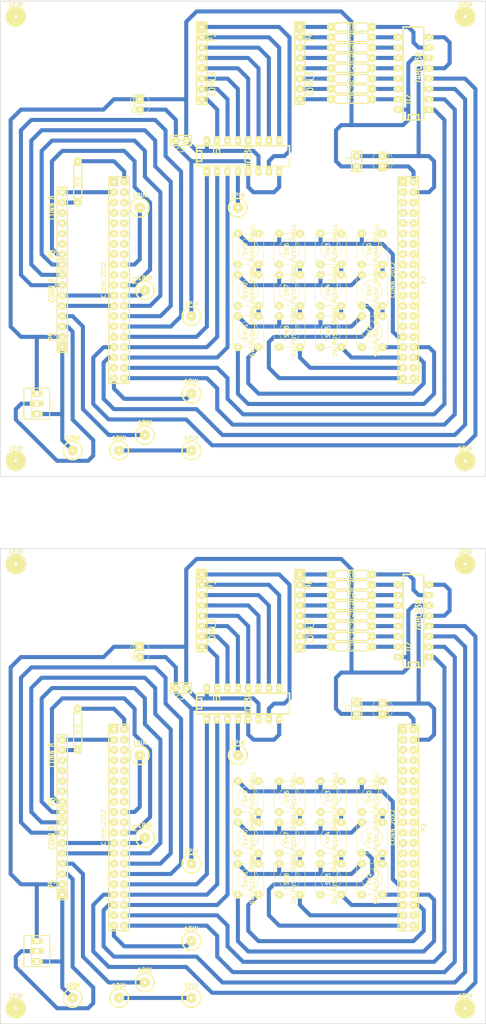
<source format=kicad_pcb>
(kicad_pcb (version 3) (host pcbnew "(2013-07-07 BZR 4022)-stable")
  (layers (15 F.Cu signal) (0 B.Cu signal) (18 B.Paste user) (19 F.Paste user) (20 B.SilkS user) (21 F.SilkS user) (22 B.Mask user) (23 F.Mask user) (28 Edge.Cuts user))
  (net 0 "")
  (net 1 GND)
  (net 2 N-000001)
  (net 3 N-0000010)
  (net 4 N-00000104)
  (net 5 N-0000011)
  (net 6 N-0000012)
  (net 7 N-0000013)
  (net 8 N-0000014)
  (net 9 N-00000149)
  (net 10 N-0000015)
  (net 11 N-00000150)
  (net 12 N-0000016)
  (net 13 N-0000017)
  (net 14 N-00000177)
  (net 15 N-0000018)
  (net 16 N-00000185)
  (net 17 N-00000186)
  (net 18 N-00000187)
  (net 19 N-00000188)
  (net 20 N-00000189)
  (net 21 N-0000019)
  (net 22 N-00000190)
  (net 23 N-000002)
  (net 24 N-0000020)
  (net 25 N-0000021)
  (net 26 N-0000022)
  (net 27 N-0000023)
  (net 28 N-0000024)
  (net 29 N-0000025)
  (net 30 N-0000026)
  (net 31 N-0000027)
  (net 32 N-0000028)
  (net 33 N-0000029)
  (net 34 N-000003)
  (net 35 N-0000030)
  (net 36 N-000004)
  (net 37 N-0000043)
  (net 38 N-000005)
  (net 39 N-0000058)
  (net 40 N-000006)
  (net 41 N-000007)
  (net 42 N-0000076)
  (net 43 N-0000077)
  (net 44 N-0000078)
  (net 45 N-0000079)
  (net 46 N-000008)
  (net 47 N-0000080)
  (net 48 N-0000081)
  (net 49 N-0000082)
  (net 50 N-000009)
  (net 51 VCC)
  (module SIL-8 (layer F.Cu) (at 67.31 71.12 90)
    (fp_text reference P6 (at -6.35 -2.54 90) (layer F.SilkS) (effects (font (size 1.72974 1.08712) (thickness 0.3048))))
    (fp_text value CONN_8 (at 5.08 -2.54 90) (layer F.SilkS) (effects (font (size 1.524 1.016) (thickness 0.3048))))
    (pad 1 thru_hole circle (at -8.89 0 90) (size 2 2) (drill 0.7) (layers *.Cu *.Mask F.SilkS) (net 32 N-0000028))
    (pad 2 thru_hole circle (at -6.35 0 90) (size 2 2) (drill 0.7) (layers *.Cu *.Mask F.SilkS) (net 27 N-0000023))
    (pad 3 thru_hole circle (at -3.81 0 90) (size 2 2) (drill 0.7) (layers *.Cu *.Mask F.SilkS))
    (pad 4 thru_hole circle (at -1.27 0 90) (size 2 2) (drill 0.7) (layers *.Cu *.Mask F.SilkS))
    (pad 5 thru_hole circle (at 1.27 0 90) (size 2 2) (drill 0.7) (layers *.Cu *.Mask F.SilkS))
    (pad 6 thru_hole circle (at 3.81 0 90) (size 2 2) (drill 0.7) (layers *.Cu *.Mask F.SilkS))
    (pad 7 thru_hole circle (at 6.35 0 90) (size 2 2) (drill 0.7) (layers *.Cu *.Mask F.SilkS) (net 26 N-0000022))
    (pad 8 thru_hole circle (at 8.89 0 90) (size 2 2) (drill 0.7) (layers *.Cu *.Mask F.SilkS) (net 1 GND))
  )
  (module SIL-8 (layer F.Cu) (at 67.31 91.44 90)
    (fp_text reference P5 (at -6.35 -2.54 90) (layer F.SilkS) (effects (font (size 1.72974 1.08712) (thickness 0.3048))))
    (fp_text value CONN_8 (at 5.08 -2.54 90) (layer F.SilkS) (effects (font (size 1.524 1.016) (thickness 0.3048))))
    (pad 1 thru_hole rect (at -8.89 0 90) (size 2 2) (drill 0.7) (layers *.Cu *.Mask F.SilkS) (net 1 GND))
    (pad 2 thru_hole circle (at -6.35 0 90) (size 2 2) (drill 0.7) (layers *.Cu *.Mask F.SilkS) (net 51 VCC))
    (pad 3 thru_hole circle (at -3.81 0 90) (size 2 2) (drill 0.7) (layers *.Cu *.Mask F.SilkS) (net 38 N-000005))
    (pad 4 thru_hole circle (at -1.27 0 90) (size 2 2) (drill 0.7) (layers *.Cu *.Mask F.SilkS) (net 31 N-0000027))
    (pad 5 thru_hole circle (at 1.27 0 90) (size 2 2) (drill 0.7) (layers *.Cu *.Mask F.SilkS) (net 1 GND))
    (pad 6 thru_hole circle (at 3.81 0 90) (size 2 2) (drill 0.7) (layers *.Cu *.Mask F.SilkS) (net 33 N-0000029))
    (pad 7 thru_hole circle (at 6.35 0 90) (size 2 2) (drill 0.7) (layers *.Cu *.Mask F.SilkS) (net 29 N-0000025))
    (pad 8 thru_hole circle (at 8.89 0 90) (size 2 2) (drill 0.7) (layers *.Cu *.Mask F.SilkS) (net 28 N-0000024))
  )
  (module SIL-8 (layer F.Cu) (at 101.6 30.48 270)
    (fp_text reference P3 (at -6.35 -2.54 270) (layer F.SilkS) (effects (font (size 1.72974 1.08712) (thickness 0.3048))))
    (fp_text value CONN_8 (at 5.08 -2.54 270) (layer F.SilkS) (effects (font (size 1.524 1.016) (thickness 0.3048))))
    (pad 1 thru_hole rect (at -8.89 0 270) (size 2 2) (drill 0.7) (layers *.Cu *.Mask F.SilkS) (net 4 N-00000104))
    (pad 2 thru_hole circle (at -6.35 0 270) (size 2 2) (drill 0.7) (layers *.Cu *.Mask F.SilkS) (net 42 N-0000076))
    (pad 3 thru_hole circle (at -3.81 0 270) (size 2 2) (drill 0.7) (layers *.Cu *.Mask F.SilkS) (net 43 N-0000077))
    (pad 4 thru_hole circle (at -1.27 0 270) (size 2 2) (drill 0.7) (layers *.Cu *.Mask F.SilkS) (net 44 N-0000078))
    (pad 5 thru_hole circle (at 1.27 0 270) (size 2 2) (drill 0.7) (layers *.Cu *.Mask F.SilkS) (net 45 N-0000079))
    (pad 6 thru_hole circle (at 3.81 0 270) (size 2 2) (drill 0.7) (layers *.Cu *.Mask F.SilkS) (net 47 N-0000080))
    (pad 7 thru_hole circle (at 6.35 0 270) (size 2 2) (drill 0.7) (layers *.Cu *.Mask F.SilkS) (net 48 N-0000081))
    (pad 8 thru_hole circle (at 8.89 0 270) (size 2 2) (drill 0.7) (layers *.Cu *.Mask F.SilkS) (net 49 N-0000082))
  )
  (module SIL-8 (layer F.Cu) (at 125.73 30.48 270)
    (fp_text reference P4 (at -6.35 -2.54 270) (layer F.SilkS) (effects (font (size 1.72974 1.08712) (thickness 0.3048))))
    (fp_text value CONN_8 (at 5.08 -2.54 270) (layer F.SilkS) (effects (font (size 1.524 1.016) (thickness 0.3048))))
    (pad 1 thru_hole rect (at -8.89 0 270) (size 2 2) (drill 0.7) (layers *.Cu *.Mask F.SilkS) (net 9 N-00000149))
    (pad 2 thru_hole circle (at -6.35 0 270) (size 2 2) (drill 0.7) (layers *.Cu *.Mask F.SilkS) (net 11 N-00000150))
    (pad 3 thru_hole circle (at -3.81 0 270) (size 2 2) (drill 0.7) (layers *.Cu *.Mask F.SilkS) (net 6 N-0000012))
    (pad 4 thru_hole circle (at -1.27 0 270) (size 2 2) (drill 0.7) (layers *.Cu *.Mask F.SilkS) (net 5 N-0000011))
    (pad 5 thru_hole circle (at 1.27 0 270) (size 2 2) (drill 0.7) (layers *.Cu *.Mask F.SilkS) (net 3 N-0000010))
    (pad 6 thru_hole circle (at 3.81 0 270) (size 2 2) (drill 0.7) (layers *.Cu *.Mask F.SilkS) (net 50 N-000009))
    (pad 7 thru_hole circle (at 6.35 0 270) (size 2 2) (drill 0.7) (layers *.Cu *.Mask F.SilkS) (net 41 N-000007))
    (pad 8 thru_hole circle (at 8.89 0 270) (size 2 2) (drill 0.7) (layers *.Cu *.Mask F.SilkS) (net 46 N-000008))
  )
  (module R4 (layer F.Cu) (at 138.43 36.83)
    (fp_text reference R2 (at 0 0) (layer F.SilkS) (effects (font (size 1.397 1.27) (thickness 0.2032))))
    (fp_text value R hide)
    (pad 1 thru_hole circle (at -5.08 0) (size 2 2) (drill 0.7) (layers *.Cu *.Mask F.SilkS) (net 41 N-000007))
    (pad 2 thru_hole circle (at 5.08 0) (size 2 2) (drill 0.7) (layers *.Cu *.Mask F.SilkS) (net 15 N-0000018))
  )
  (module R4 (layer F.Cu) (at 138.43 29.21)
    (fp_text reference R5 (at 0 0) (layer F.SilkS) (effects (font (size 1.397 1.27) (thickness 0.2032))))
    (fp_text value R hide)
    (pad 1 thru_hole circle (at -5.08 0) (size 2 2) (drill 0.7) (layers *.Cu *.Mask F.SilkS) (net 5 N-0000011))
    (pad 2 thru_hole circle (at 5.08 0) (size 2 2) (drill 0.7) (layers *.Cu *.Mask F.SilkS) (net 10 N-0000015))
  )
  (module R4 (layer F.Cu) (at 138.43 34.29)
    (fp_text reference R3 (at 0 0) (layer F.SilkS) (effects (font (size 1.397 1.27) (thickness 0.2032))))
    (fp_text value R hide)
    (pad 1 thru_hole circle (at -5.08 0) (size 2 2) (drill 0.7) (layers *.Cu *.Mask F.SilkS) (net 50 N-000009))
    (pad 2 thru_hole circle (at 5.08 0) (size 2 2) (drill 0.7) (layers *.Cu *.Mask F.SilkS) (net 13 N-0000017))
  )
  (module R4 (layer F.Cu) (at 138.43 31.75)
    (fp_text reference R4 (at 0 0) (layer F.SilkS) (effects (font (size 1.397 1.27) (thickness 0.2032))))
    (fp_text value R hide)
    (pad 1 thru_hole circle (at -5.08 0) (size 2 2) (drill 0.7) (layers *.Cu *.Mask F.SilkS) (net 3 N-0000010))
    (pad 2 thru_hole circle (at 5.08 0) (size 2 2) (drill 0.7) (layers *.Cu *.Mask F.SilkS) (net 12 N-0000016))
  )
  (module R4 (layer F.Cu) (at 138.43 26.67)
    (fp_text reference R6 (at 0 0) (layer F.SilkS) (effects (font (size 1.397 1.27) (thickness 0.2032))))
    (fp_text value R hide)
    (pad 1 thru_hole circle (at -5.08 0) (size 2 2) (drill 0.7) (layers *.Cu *.Mask F.SilkS) (net 6 N-0000012))
    (pad 2 thru_hole circle (at 5.08 0) (size 2 2) (drill 0.7) (layers *.Cu *.Mask F.SilkS) (net 8 N-0000014))
  )
  (module R4 (layer F.Cu) (at 138.43 39.37)
    (fp_text reference R1 (at 0 0) (layer F.SilkS) (effects (font (size 1.397 1.27) (thickness 0.2032))))
    (fp_text value R hide)
    (pad 1 thru_hole circle (at -5.08 0) (size 2 2) (drill 0.7) (layers *.Cu *.Mask F.SilkS) (net 46 N-000008))
    (pad 2 thru_hole circle (at 5.08 0) (size 2 2) (drill 0.7) (layers *.Cu *.Mask F.SilkS) (net 21 N-0000019))
  )
  (module R4 (layer F.Cu) (at 71.12 59.69 90)
    (fp_text reference R9 (at 0 0 90) (layer F.SilkS) (effects (font (size 1.397 1.27) (thickness 0.2032))))
    (fp_text value R hide)
    (pad 1 thru_hole circle (at -5.08 0 90) (size 2 2) (drill 0.7) (layers *.Cu *.Mask F.SilkS) (net 26 N-0000022))
    (pad 2 thru_hole circle (at 5.08 0 90) (size 2 2) (drill 0.7) (layers *.Cu *.Mask F.SilkS) (net 24 N-0000020))
  )
  (module R4 (layer F.Cu) (at 138.43 21.59)
    (fp_text reference R8 (at 0 0) (layer F.SilkS) (effects (font (size 1.397 1.27) (thickness 0.2032))))
    (fp_text value R hide)
    (pad 1 thru_hole circle (at -5.08 0) (size 2 2) (drill 0.7) (layers *.Cu *.Mask F.SilkS) (net 9 N-00000149))
    (pad 2 thru_hole circle (at 5.08 0) (size 2 2) (drill 0.7) (layers *.Cu *.Mask F.SilkS) (net 7 N-0000013))
  )
  (module R4 (layer F.Cu) (at 138.43 24.13)
    (fp_text reference R7 (at 0 0) (layer F.SilkS) (effects (font (size 1.397 1.27) (thickness 0.2032))))
    (fp_text value R hide)
    (pad 1 thru_hole circle (at -5.08 0) (size 2 2) (drill 0.7) (layers *.Cu *.Mask F.SilkS) (net 11 N-00000150))
    (pad 2 thru_hole circle (at 5.08 0) (size 2 2) (drill 0.7) (layers *.Cu *.Mask F.SilkS) (net 40 N-000006))
  )
  (module PIN_ARRAY_20X2 (layer F.Cu) (at 81.28 83.82 270)
    (fp_text reference P1 (at 0 -3.81 270) (layer F.SilkS) (effects (font (size 1.016 1.016) (thickness 0.27432))))
    (fp_text value CONN_20X2 (at 0 3.81 270) (layer F.SilkS) (effects (font (size 1.016 1.016) (thickness 0.2032))))
    (pad 1 thru_hole rect (at -24.13 1.27 270) (size 2 2) (drill 0.7) (layers *.Cu *.Mask F.SilkS))
    (pad 2 thru_hole circle (at -24.13 -1.27 270) (size 2 2) (drill 0.7) (layers *.Cu *.Mask F.SilkS) (net 24 N-0000020))
    (pad 11 thru_hole circle (at -11.43 1.27 270) (size 2 2) (drill 0.7) (layers *.Cu *.Mask F.SilkS))
    (pad 4 thru_hole circle (at -21.59 -1.27 270) (size 2 2) (drill 0.7) (layers *.Cu *.Mask F.SilkS))
    (pad 13 thru_hole circle (at -8.89 1.27 270) (size 2 2) (drill 0.7) (layers *.Cu *.Mask F.SilkS))
    (pad 6 thru_hole circle (at -19.05 -1.27 270) (size 2 2) (drill 0.7) (layers *.Cu *.Mask F.SilkS))
    (pad 15 thru_hole circle (at -6.35 1.27 270) (size 2 2) (drill 0.7) (layers *.Cu *.Mask F.SilkS))
    (pad 8 thru_hole circle (at -16.51 -1.27 270) (size 2 2) (drill 0.7) (layers *.Cu *.Mask F.SilkS))
    (pad 17 thru_hole circle (at -3.81 1.27 270) (size 2 2) (drill 0.7) (layers *.Cu *.Mask F.SilkS))
    (pad 10 thru_hole circle (at -13.97 -1.27 270) (size 2 2) (drill 0.7) (layers *.Cu *.Mask F.SilkS))
    (pad 19 thru_hole circle (at -1.27 1.27 270) (size 2 2) (drill 0.7) (layers *.Cu *.Mask F.SilkS))
    (pad 12 thru_hole circle (at -11.43 -1.27 270) (size 2 2) (drill 0.7) (layers *.Cu *.Mask F.SilkS))
    (pad 21 thru_hole circle (at 1.27 1.27 270) (size 2 2) (drill 0.7) (layers *.Cu *.Mask F.SilkS))
    (pad 14 thru_hole circle (at -8.89 -1.27 270) (size 2 2) (drill 0.7) (layers *.Cu *.Mask F.SilkS))
    (pad 23 thru_hole circle (at 3.81 1.27 270) (size 2 2) (drill 0.7) (layers *.Cu *.Mask F.SilkS) (net 33 N-0000029))
    (pad 16 thru_hole circle (at -6.35 -1.27 270) (size 2 2) (drill 0.7) (layers *.Cu *.Mask F.SilkS))
    (pad 25 thru_hole circle (at 6.35 1.27 270) (size 2 2) (drill 0.7) (layers *.Cu *.Mask F.SilkS) (net 1 GND))
    (pad 18 thru_hole circle (at -3.81 -1.27 270) (size 2 2) (drill 0.7) (layers *.Cu *.Mask F.SilkS) (net 35 N-0000030))
    (pad 27 thru_hole circle (at 8.89 1.27 270) (size 2 2) (drill 0.7) (layers *.Cu *.Mask F.SilkS))
    (pad 20 thru_hole circle (at -1.27 -1.27 270) (size 2 2) (drill 0.7) (layers *.Cu *.Mask F.SilkS))
    (pad 29 thru_hole circle (at 11.43 1.27 270) (size 2 2) (drill 0.7) (layers *.Cu *.Mask F.SilkS))
    (pad 22 thru_hole circle (at 1.27 -1.27 270) (size 2 2) (drill 0.7) (layers *.Cu *.Mask F.SilkS) (net 27 N-0000023))
    (pad 31 thru_hole circle (at 13.97 1.27 270) (size 2 2) (drill 0.7) (layers *.Cu *.Mask F.SilkS))
    (pad 24 thru_hole circle (at 3.81 -1.27 270) (size 2 2) (drill 0.7) (layers *.Cu *.Mask F.SilkS) (net 31 N-0000027))
    (pad 26 thru_hole circle (at 6.35 -1.27 270) (size 2 2) (drill 0.7) (layers *.Cu *.Mask F.SilkS) (net 32 N-0000028))
    (pad 33 thru_hole circle (at 16.51 1.27 270) (size 2 2) (drill 0.7) (layers *.Cu *.Mask F.SilkS) (net 39 N-0000058))
    (pad 28 thru_hole circle (at 8.89 -1.27 270) (size 2 2) (drill 0.7) (layers *.Cu *.Mask F.SilkS) (net 28 N-0000024))
    (pad 32 thru_hole circle (at 13.97 -1.27 270) (size 2 2) (drill 0.7) (layers *.Cu *.Mask F.SilkS) (net 23 N-000002))
    (pad 34 thru_hole circle (at 16.51 -1.27 270) (size 2 2) (drill 0.7) (layers *.Cu *.Mask F.SilkS) (net 2 N-000001))
    (pad 36 thru_hole circle (at 19.05 -1.27 270) (size 2 2) (drill 0.7) (layers *.Cu *.Mask F.SilkS) (net 25 N-0000021))
    (pad 38 thru_hole circle (at 21.59 -1.27 270) (size 2 2) (drill 0.7) (layers *.Cu *.Mask F.SilkS) (net 34 N-000003))
    (pad 35 thru_hole circle (at 19.05 1.27 270) (size 2 2) (drill 0.7) (layers *.Cu *.Mask F.SilkS) (net 36 N-000004))
    (pad 37 thru_hole circle (at 21.59 1.27 270) (size 2 2) (drill 0.7) (layers *.Cu *.Mask F.SilkS))
    (pad 3 thru_hole circle (at -21.59 1.27 270) (size 2 2) (drill 0.7) (layers *.Cu *.Mask F.SilkS) (net 1 GND))
    (pad 5 thru_hole circle (at -19.05 1.27 270) (size 2 2) (drill 0.7) (layers *.Cu *.Mask F.SilkS))
    (pad 7 thru_hole circle (at -16.51 1.27 270) (size 2 2) (drill 0.7) (layers *.Cu *.Mask F.SilkS))
    (pad 9 thru_hole circle (at -13.97 1.27 270) (size 2 2) (drill 0.7) (layers *.Cu *.Mask F.SilkS))
    (pad 39 thru_hole circle (at 24.13 1.27 270) (size 2 2) (drill 0.7) (layers *.Cu *.Mask F.SilkS) (net 1 GND))
    (pad 40 thru_hole circle (at 24.13 -1.27 270) (size 2 2) (drill 0.7) (layers *.Cu *.Mask F.SilkS) (net 30 N-0000026))
    (pad 30 thru_hole circle (at 11.43 -1.27 270) (size 2 2) (drill 0.7) (layers *.Cu *.Mask F.SilkS) (net 29 N-0000025))
  )
  (module PIN_ARRAY_20X2 (layer F.Cu) (at 152.4 83.82 270)
    (fp_text reference P2 (at 0 -3.81 270) (layer F.SilkS) (effects (font (size 1.016 1.016) (thickness 0.27432))))
    (fp_text value CONN_20X2 (at 0 3.81 270) (layer F.SilkS) (effects (font (size 1.016 1.016) (thickness 0.2032))))
    (pad 1 thru_hole rect (at -24.13 1.27 270) (size 2 2) (drill 0.7) (layers *.Cu *.Mask F.SilkS))
    (pad 2 thru_hole circle (at -24.13 -1.27 270) (size 2 2) (drill 0.7) (layers *.Cu *.Mask F.SilkS) (net 51 VCC))
    (pad 11 thru_hole circle (at -11.43 1.27 270) (size 2 2) (drill 0.7) (layers *.Cu *.Mask F.SilkS))
    (pad 4 thru_hole circle (at -21.59 -1.27 270) (size 2 2) (drill 0.7) (layers *.Cu *.Mask F.SilkS) (net 1 GND))
    (pad 13 thru_hole circle (at -8.89 1.27 270) (size 2 2) (drill 0.7) (layers *.Cu *.Mask F.SilkS))
    (pad 6 thru_hole circle (at -19.05 -1.27 270) (size 2 2) (drill 0.7) (layers *.Cu *.Mask F.SilkS))
    (pad 15 thru_hole circle (at -6.35 1.27 270) (size 2 2) (drill 0.7) (layers *.Cu *.Mask F.SilkS))
    (pad 8 thru_hole circle (at -16.51 -1.27 270) (size 2 2) (drill 0.7) (layers *.Cu *.Mask F.SilkS))
    (pad 17 thru_hole circle (at -3.81 1.27 270) (size 2 2) (drill 0.7) (layers *.Cu *.Mask F.SilkS))
    (pad 10 thru_hole circle (at -13.97 -1.27 270) (size 2 2) (drill 0.7) (layers *.Cu *.Mask F.SilkS))
    (pad 19 thru_hole circle (at -1.27 1.27 270) (size 2 2) (drill 0.7) (layers *.Cu *.Mask F.SilkS))
    (pad 12 thru_hole circle (at -11.43 -1.27 270) (size 2 2) (drill 0.7) (layers *.Cu *.Mask F.SilkS))
    (pad 21 thru_hole circle (at 1.27 1.27 270) (size 2 2) (drill 0.7) (layers *.Cu *.Mask F.SilkS))
    (pad 14 thru_hole circle (at -8.89 -1.27 270) (size 2 2) (drill 0.7) (layers *.Cu *.Mask F.SilkS))
    (pad 23 thru_hole circle (at 3.81 1.27 270) (size 2 2) (drill 0.7) (layers *.Cu *.Mask F.SilkS))
    (pad 16 thru_hole circle (at -6.35 -1.27 270) (size 2 2) (drill 0.7) (layers *.Cu *.Mask F.SilkS))
    (pad 25 thru_hole circle (at 6.35 1.27 270) (size 2 2) (drill 0.7) (layers *.Cu *.Mask F.SilkS))
    (pad 18 thru_hole circle (at -3.81 -1.27 270) (size 2 2) (drill 0.7) (layers *.Cu *.Mask F.SilkS))
    (pad 27 thru_hole circle (at 8.89 1.27 270) (size 2 2) (drill 0.7) (layers *.Cu *.Mask F.SilkS))
    (pad 20 thru_hole circle (at -1.27 -1.27 270) (size 2 2) (drill 0.7) (layers *.Cu *.Mask F.SilkS))
    (pad 29 thru_hole circle (at 11.43 1.27 270) (size 2 2) (drill 0.7) (layers *.Cu *.Mask F.SilkS))
    (pad 22 thru_hole circle (at 1.27 -1.27 270) (size 2 2) (drill 0.7) (layers *.Cu *.Mask F.SilkS))
    (pad 31 thru_hole circle (at 13.97 1.27 270) (size 2 2) (drill 0.7) (layers *.Cu *.Mask F.SilkS) (net 22 N-00000190))
    (pad 24 thru_hole circle (at 3.81 -1.27 270) (size 2 2) (drill 0.7) (layers *.Cu *.Mask F.SilkS))
    (pad 26 thru_hole circle (at 6.35 -1.27 270) (size 2 2) (drill 0.7) (layers *.Cu *.Mask F.SilkS))
    (pad 33 thru_hole circle (at 16.51 1.27 270) (size 2 2) (drill 0.7) (layers *.Cu *.Mask F.SilkS) (net 16 N-00000185))
    (pad 28 thru_hole circle (at 8.89 -1.27 270) (size 2 2) (drill 0.7) (layers *.Cu *.Mask F.SilkS))
    (pad 32 thru_hole circle (at 13.97 -1.27 270) (size 2 2) (drill 0.7) (layers *.Cu *.Mask F.SilkS))
    (pad 34 thru_hole circle (at 16.51 -1.27 270) (size 2 2) (drill 0.7) (layers *.Cu *.Mask F.SilkS) (net 20 N-00000189))
    (pad 36 thru_hole circle (at 19.05 -1.27 270) (size 2 2) (drill 0.7) (layers *.Cu *.Mask F.SilkS) (net 14 N-00000177))
    (pad 38 thru_hole circle (at 21.59 -1.27 270) (size 2 2) (drill 0.7) (layers *.Cu *.Mask F.SilkS))
    (pad 35 thru_hole circle (at 19.05 1.27 270) (size 2 2) (drill 0.7) (layers *.Cu *.Mask F.SilkS) (net 17 N-00000186))
    (pad 37 thru_hole circle (at 21.59 1.27 270) (size 2 2) (drill 0.7) (layers *.Cu *.Mask F.SilkS) (net 19 N-00000188))
    (pad 3 thru_hole circle (at -21.59 1.27 270) (size 2 2) (drill 0.7) (layers *.Cu *.Mask F.SilkS))
    (pad 5 thru_hole circle (at -19.05 1.27 270) (size 2 2) (drill 0.7) (layers *.Cu *.Mask F.SilkS))
    (pad 7 thru_hole circle (at -16.51 1.27 270) (size 2 2) (drill 0.7) (layers *.Cu *.Mask F.SilkS))
    (pad 9 thru_hole circle (at -13.97 1.27 270) (size 2 2) (drill 0.7) (layers *.Cu *.Mask F.SilkS))
    (pad 39 thru_hole circle (at 24.13 1.27 270) (size 2 2) (drill 0.7) (layers *.Cu *.Mask F.SilkS) (net 18 N-00000187))
    (pad 40 thru_hole circle (at 24.13 -1.27 270) (size 2 2) (drill 0.7) (layers *.Cu *.Mask F.SilkS))
    (pad 30 thru_hole circle (at 11.43 -1.27 270) (size 2 2) (drill 0.7) (layers *.Cu *.Mask F.SilkS))
  )
  (module DIP-16__300_ELL (layer F.Cu) (at 111.76 53.34)
    (fp_text reference U1 (at -6.35 -1.27) (layer F.SilkS) (effects (font (size 1.524 1.143) (thickness 0.3048))))
    (fp_text value 74HC238 (at 1.27 1.27 90) (layer F.SilkS) (effects (font (size 1.524 1.143) (thickness 0.3048))))
    (pad 1 thru_hole rect (at -8.89 3.81) (size 1.5748 2.286) (drill 0.7) (layers *.Cu *.Mask F.SilkS) (net 23 N-000002))
    (pad 2 thru_hole oval (at -6.35 3.81) (size 1.5748 2.286) (drill 0.7) (layers *.Cu *.Mask F.SilkS) (net 2 N-000001))
    (pad 3 thru_hole oval (at -3.81 3.81) (size 1.5748 2.286) (drill 0.7) (layers *.Cu *.Mask F.SilkS) (net 25 N-0000021))
    (pad 4 thru_hole oval (at -1.27 3.81) (size 1.5748 2.286) (drill 0.7) (layers *.Cu *.Mask F.SilkS) (net 35 N-0000030))
    (pad 5 thru_hole oval (at 1.27 3.81) (size 1.5748 2.286) (drill 0.7) (layers *.Cu *.Mask F.SilkS) (net 1 GND))
    (pad 6 thru_hole oval (at 3.81 3.81) (size 1.5748 2.286) (drill 0.7) (layers *.Cu *.Mask F.SilkS) (net 51 VCC))
    (pad 7 thru_hole oval (at 6.35 3.81) (size 1.5748 2.286) (drill 0.7) (layers *.Cu *.Mask F.SilkS) (net 4 N-00000104))
    (pad 8 thru_hole oval (at 8.89 3.81) (size 1.5748 2.286) (drill 0.7) (layers *.Cu *.Mask F.SilkS) (net 1 GND))
    (pad 9 thru_hole oval (at 8.89 -3.81) (size 1.5748 2.286) (drill 0.7) (layers *.Cu *.Mask F.SilkS) (net 42 N-0000076))
    (pad 10 thru_hole oval (at 6.35 -3.81) (size 1.5748 2.286) (drill 0.7) (layers *.Cu *.Mask F.SilkS) (net 43 N-0000077))
    (pad 11 thru_hole oval (at 3.81 -3.81) (size 1.5748 2.286) (drill 0.7) (layers *.Cu *.Mask F.SilkS) (net 44 N-0000078))
    (pad 12 thru_hole oval (at 1.27 -3.81) (size 1.5748 2.286) (drill 0.7) (layers *.Cu *.Mask F.SilkS) (net 45 N-0000079))
    (pad 13 thru_hole oval (at -1.27 -3.81) (size 1.5748 2.286) (drill 0.7) (layers *.Cu *.Mask F.SilkS) (net 47 N-0000080))
    (pad 14 thru_hole oval (at -3.81 -3.81) (size 1.5748 2.286) (drill 0.7) (layers *.Cu *.Mask F.SilkS) (net 48 N-0000081))
    (pad 15 thru_hole oval (at -6.35 -3.81) (size 1.5748 2.286) (drill 0.7) (layers *.Cu *.Mask F.SilkS) (net 49 N-0000082))
    (pad 16 thru_hole oval (at -8.89 -3.81) (size 1.5748 2.286) (drill 0.7) (layers *.Cu *.Mask F.SilkS) (net 51 VCC))
  )
  (module DIP-16__300_ELL (layer F.Cu) (at 153.67 33.02 90)
    (fp_text reference U2 (at -6.35 -1.27 90) (layer F.SilkS) (effects (font (size 1.524 1.143) (thickness 0.3048))))
    (fp_text value 74HC238 (at 1.27 1.27 90) (layer F.SilkS) (effects (font (size 1.524 1.143) (thickness 0.3048))))
    (pad 1 thru_hole rect (at -8.89 3.81 90) (size 1.5748 2.286) (drill 0.7) (layers *.Cu *.Mask F.SilkS) (net 34 N-000003))
    (pad 2 thru_hole oval (at -6.35 3.81 90) (size 1.5748 2.286) (drill 0.7) (layers *.Cu *.Mask F.SilkS) (net 30 N-0000026))
    (pad 3 thru_hole oval (at -3.81 3.81 90) (size 1.5748 2.286) (drill 0.7) (layers *.Cu *.Mask F.SilkS) (net 36 N-000004))
    (pad 4 thru_hole oval (at -1.27 3.81 90) (size 1.5748 2.286) (drill 0.7) (layers *.Cu *.Mask F.SilkS) (net 39 N-0000058))
    (pad 5 thru_hole oval (at 1.27 3.81 90) (size 1.5748 2.286) (drill 0.7) (layers *.Cu *.Mask F.SilkS) (net 1 GND))
    (pad 6 thru_hole oval (at 3.81 3.81 90) (size 1.5748 2.286) (drill 0.7) (layers *.Cu *.Mask F.SilkS) (net 51 VCC))
    (pad 7 thru_hole oval (at 6.35 3.81 90) (size 1.5748 2.286) (drill 0.7) (layers *.Cu *.Mask F.SilkS) (net 7 N-0000013))
    (pad 8 thru_hole oval (at 8.89 3.81 90) (size 1.5748 2.286) (drill 0.7) (layers *.Cu *.Mask F.SilkS) (net 1 GND))
    (pad 9 thru_hole oval (at 8.89 -3.81 90) (size 1.5748 2.286) (drill 0.7) (layers *.Cu *.Mask F.SilkS) (net 40 N-000006))
    (pad 10 thru_hole oval (at 6.35 -3.81 90) (size 1.5748 2.286) (drill 0.7) (layers *.Cu *.Mask F.SilkS) (net 8 N-0000014))
    (pad 11 thru_hole oval (at 3.81 -3.81 90) (size 1.5748 2.286) (drill 0.7) (layers *.Cu *.Mask F.SilkS) (net 10 N-0000015))
    (pad 12 thru_hole oval (at 1.27 -3.81 90) (size 1.5748 2.286) (drill 0.7) (layers *.Cu *.Mask F.SilkS) (net 12 N-0000016))
    (pad 13 thru_hole oval (at -1.27 -3.81 90) (size 1.5748 2.286) (drill 0.7) (layers *.Cu *.Mask F.SilkS) (net 13 N-0000017))
    (pad 14 thru_hole oval (at -3.81 -3.81 90) (size 1.5748 2.286) (drill 0.7) (layers *.Cu *.Mask F.SilkS) (net 15 N-0000018))
    (pad 15 thru_hole oval (at -6.35 -3.81 90) (size 1.5748 2.286) (drill 0.7) (layers *.Cu *.Mask F.SilkS) (net 21 N-0000019))
    (pad 16 thru_hole oval (at -8.89 -3.81 90) (size 1.5748 2.286) (drill 0.7) (layers *.Cu *.Mask F.SilkS) (net 51 VCC))
  )
  (module C1 (layer F.Cu) (at 96.52 49.53 180)
    (fp_text reference C3 (at 0.254 -2.286 180) (layer F.SilkS) (effects (font (size 1.016 1.016) (thickness 0.2032))))
    (fp_text value C hide)
    (pad 1 thru_hole circle (at -1.27 0 180) (size 2 2) (drill 0.7) (layers *.Cu *.Mask F.SilkS) (net 51 VCC))
    (pad 2 thru_hole circle (at 1.27 0 180) (size 2 2) (drill 0.7) (layers *.Cu *.Mask F.SilkS) (net 1 GND))
  )
  (module C1 (layer F.Cu) (at 139.7 54.61 90)
    (fp_text reference C1 (at 0.254 -2.286 90) (layer F.SilkS) (effects (font (size 1.016 1.016) (thickness 0.2032))))
    (fp_text value C hide)
    (pad 1 thru_hole circle (at -1.27 0 90) (size 2 2) (drill 0.7) (layers *.Cu *.Mask F.SilkS) (net 51 VCC))
    (pad 2 thru_hole circle (at 1.27 0 90) (size 2 2) (drill 0.7) (layers *.Cu *.Mask F.SilkS) (net 1 GND))
  )
  (module C1V5 (layer F.Cu) (at 146.05 54.61 90)
    (fp_text reference C2 (at 0 -1.26746 90) (layer F.SilkS) (effects (font (size 0.762 0.762) (thickness 0.127))))
    (fp_text value CAPAPOL (at 0 1.27 90) (layer F.SilkS) (effects (font (size 0.762 0.635) (thickness 0.127))))
    (fp_text user + (at -2.286 0 90) (layer F.SilkS) (effects (font (size 0.762 0.762) (thickness 0.2032))))
    (pad 1 thru_hole rect (at -1.27 0 90) (size 2 2) (drill 0.7) (layers *.Cu *.Mask F.SilkS) (net 51 VCC))
    (pad 2 thru_hole circle (at 1.27 0 90) (size 2 2) (drill 0.7) (layers *.Cu *.Mask F.SilkS) (net 1 GND))
  )
  (module C1V5 (layer F.Cu) (at 86.36 40.64 270)
    (fp_text reference C4 (at 0 -1.26746 270) (layer F.SilkS) (effects (font (size 0.762 0.762) (thickness 0.127))))
    (fp_text value CAPAPOL (at 0 1.27 270) (layer F.SilkS) (effects (font (size 0.762 0.635) (thickness 0.127))))
    (fp_text user + (at -2.286 0 270) (layer F.SilkS) (effects (font (size 0.762 0.762) (thickness 0.2032))))
    (pad 1 thru_hole rect (at -1.27 0 270) (size 2 2) (drill 0.7) (layers *.Cu *.Mask F.SilkS) (net 51 VCC))
    (pad 2 thru_hole circle (at 1.27 0 270) (size 2 2) (drill 0.7) (layers *.Cu *.Mask F.SilkS) (net 1 GND))
  )
  (module 1pin (layer F.Cu) (at 99.06 111.76)
    (fp_text reference 1PIN (at 0 -3.048) (layer F.SilkS) (effects (font (size 1.016 1.016) (thickness 0.254))))
    (fp_text value P*** hide)
    (pad 1 thru_hole circle (at 0 0) (size 2.5 2.5) (drill 0.7) (layers *.Cu *.Mask F.SilkS) (net 1 GND))
  )
  (module 1pin (layer F.Cu) (at 99.06 92.71)
    (fp_text reference 1PIN (at 0 -3.048) (layer F.SilkS) (effects (font (size 1.016 1.016) (thickness 0.254))))
    (fp_text value P*** hide)
    (pad 1 thru_hole circle (at 0 0) (size 2.5 2.5) (drill 0.7) (layers *.Cu *.Mask F.SilkS) (net 1 GND))
  )
  (module 1pin (layer F.Cu) (at 55.88 19.05)
    (fp_text reference 1PIN (at 0 -3.048) (layer F.SilkS) (effects (font (size 1.016 1.016) (thickness 0.254))))
    (fp_text value P*** hide)
    (pad 1 thru_hole circle (at 0 0) (size 5 5) (drill 0.7) (layers *.Cu *.Mask F.SilkS))
  )
  (module 1pin (layer F.Cu) (at 166.37 19.05)
    (fp_text reference 1PIN (at 0 -3.048) (layer F.SilkS) (effects (font (size 1.016 1.016) (thickness 0.254))))
    (fp_text value P*** hide)
    (pad 1 thru_hole circle (at 0 0) (size 5 5) (drill 0.7) (layers *.Cu *.Mask F.SilkS))
  )
  (module 1pin (layer F.Cu) (at 166.37 128.27)
    (fp_text reference 1PIN (at 0 -3.048) (layer F.SilkS) (effects (font (size 1.016 1.016) (thickness 0.254))))
    (fp_text value P*** hide)
    (pad 1 thru_hole circle (at 0 0) (size 5 5) (drill 0.7) (layers *.Cu *.Mask F.SilkS))
  )
  (module 1pin (layer F.Cu) (at 55.88 128.27)
    (fp_text reference 1PIN (at 0 -3.048) (layer F.SilkS) (effects (font (size 1.016 1.016) (thickness 0.254))))
    (fp_text value P*** hide)
    (pad 1 thru_hole circle (at 0 0) (size 5 5) (drill 0.7) (layers *.Cu *.Mask F.SilkS))
  )
  (module 1pin (layer F.Cu) (at 87.63 86.36)
    (fp_text reference 1PIN (at 0 -3.048) (layer F.SilkS) (effects (font (size 1.016 1.016) (thickness 0.254))))
    (fp_text value P*** hide)
    (pad 1 thru_hole circle (at 0 0) (size 2.5 2.5) (drill 0.7) (layers *.Cu *.Mask F.SilkS) (net 32 N-0000028))
  )
  (module 1pin (layer F.Cu) (at 87.63 121.92)
    (fp_text reference 1PIN (at 0 -3.048) (layer F.SilkS) (effects (font (size 1.016 1.016) (thickness 0.254))))
    (fp_text value P*** hide)
    (pad 1 thru_hole circle (at 0 0) (size 2.5 2.5) (drill 0.7) (layers *.Cu *.Mask F.SilkS) (net 32 N-0000028))
  )
  (module 1pin (layer F.Cu) (at 69.85 125.73)
    (fp_text reference 1PIN (at 0 -3.048) (layer F.SilkS) (effects (font (size 1.016 1.016) (thickness 0.254))))
    (fp_text value P*** hide)
    (pad 1 thru_hole circle (at 0 0) (size 2.5 2.5) (drill 0.7) (layers *.Cu *.Mask F.SilkS) (net 1 GND))
  )
  (module 1pin (layer F.Cu) (at 81.28 125.73)
    (fp_text reference 1PIN (at 0 -3.048) (layer F.SilkS) (effects (font (size 1.016 1.016) (thickness 0.254))))
    (fp_text value P*** hide)
    (pad 1 thru_hole circle (at 0 0) (size 2.5 2.5) (drill 0.7) (layers *.Cu *.Mask F.SilkS) (net 1 GND))
  )
  (module 1pin (layer F.Cu) (at 99.06 125.73)
    (fp_text reference 1PIN (at 0 -3.048) (layer F.SilkS) (effects (font (size 1.016 1.016) (thickness 0.254))))
    (fp_text value P*** hide)
    (pad 1 thru_hole circle (at 0 0) (size 2.5 2.5) (drill 0.7) (layers *.Cu *.Mask F.SilkS) (net 1 GND))
  )
  (module 1pin (layer F.Cu) (at 86.36 66.04)
    (fp_text reference 1PIN (at 0 -3.048) (layer F.SilkS) (effects (font (size 1.016 1.016) (thickness 0.254))))
    (fp_text value P*** hide)
    (pad 1 thru_hole circle (at 0 0) (size 2.5 2.5) (drill 0.7) (layers *.Cu *.Mask F.SilkS) (net 37 N-0000043))
  )
  (module 1pin (layer F.Cu) (at 110.49 66.04)
    (fp_text reference 1PIN (at 0 -3.048) (layer F.SilkS) (effects (font (size 1.016 1.016) (thickness 0.254))))
    (fp_text value P*** hide)
    (pad 1 thru_hole circle (at 0 0) (size 2.5 2.5) (drill 0.7) (layers *.Cu *.Mask F.SilkS) (net 37 N-0000043))
  )
  (module SW_PUSH_SMALL (layer F.Cu) (at 143.51 76.2 90)
    (fp_text reference SW0 (at 0 -0.762 90) (layer F.SilkS) (effects (font (size 1.016 1.016) (thickness 0.2032))))
    (fp_text value SW_PUSH_SMALL (at 0 1.016 90) (layer F.SilkS) (effects (font (size 1.016 1.016) (thickness 0.2032))))
    (pad 1 thru_hole circle (at 3.81 -2.54 90) (size 2 2) (drill 0.7) (layers *.Cu *.Mask F.SilkS) (net 22 N-00000190))
    (pad 2 thru_hole circle (at 3.81 2.54 90) (size 2 2) (drill 0.7) (layers *.Cu *.Mask F.SilkS) (net 16 N-00000185))
    (pad 1 thru_hole circle (at -3.81 -2.54 90) (size 2 2) (drill 0.7) (layers *.Cu *.Mask F.SilkS) (net 22 N-00000190))
    (pad 2 thru_hole circle (at -3.81 2.54 90) (size 2 2) (drill 0.7) (layers *.Cu *.Mask F.SilkS) (net 16 N-00000185))
  )
  (module SW_PUSH_SMALL (layer F.Cu) (at 143.51 86.36 90)
    (fp_text reference SW1 (at 0 -0.762 90) (layer F.SilkS) (effects (font (size 1.016 1.016) (thickness 0.2032))))
    (fp_text value SW_PUSH_SMALL (at 0 1.016 90) (layer F.SilkS) (effects (font (size 1.016 1.016) (thickness 0.2032))))
    (pad 1 thru_hole circle (at 3.81 -2.54 90) (size 2 2) (drill 0.7) (layers *.Cu *.Mask F.SilkS) (net 18 N-00000187))
    (pad 2 thru_hole circle (at 3.81 2.54 90) (size 2 2) (drill 0.7) (layers *.Cu *.Mask F.SilkS) (net 16 N-00000185))
    (pad 1 thru_hole circle (at -3.81 -2.54 90) (size 2 2) (drill 0.7) (layers *.Cu *.Mask F.SilkS) (net 18 N-00000187))
    (pad 2 thru_hole circle (at -3.81 2.54 90) (size 2 2) (drill 0.7) (layers *.Cu *.Mask F.SilkS) (net 16 N-00000185))
  )
  (module SW_PUSH_SMALL (layer F.Cu) (at 143.51 96.52 90)
    (fp_text reference SW2 (at 0 -0.762 90) (layer F.SilkS) (effects (font (size 1.016 1.016) (thickness 0.2032))))
    (fp_text value SW_PUSH_SMALL (at 0 1.016 90) (layer F.SilkS) (effects (font (size 1.016 1.016) (thickness 0.2032))))
    (pad 1 thru_hole circle (at 3.81 -2.54 90) (size 2 2) (drill 0.7) (layers *.Cu *.Mask F.SilkS) (net 20 N-00000189))
    (pad 2 thru_hole circle (at 3.81 2.54 90) (size 2 2) (drill 0.7) (layers *.Cu *.Mask F.SilkS) (net 16 N-00000185))
    (pad 1 thru_hole circle (at -3.81 -2.54 90) (size 2 2) (drill 0.7) (layers *.Cu *.Mask F.SilkS) (net 20 N-00000189))
    (pad 2 thru_hole circle (at -3.81 2.54 90) (size 2 2) (drill 0.7) (layers *.Cu *.Mask F.SilkS) (net 16 N-00000185))
  )
  (module SW_PUSH_SMALL (layer F.Cu) (at 133.35 76.2 90)
    (fp_text reference SW3 (at 0 -0.762 90) (layer F.SilkS) (effects (font (size 1.016 1.016) (thickness 0.2032))))
    (fp_text value SW_PUSH_SMALL (at 0 1.016 90) (layer F.SilkS) (effects (font (size 1.016 1.016) (thickness 0.2032))))
    (pad 1 thru_hole circle (at 3.81 -2.54 90) (size 2 2) (drill 0.7) (layers *.Cu *.Mask F.SilkS) (net 22 N-00000190))
    (pad 2 thru_hole circle (at 3.81 2.54 90) (size 2 2) (drill 0.7) (layers *.Cu *.Mask F.SilkS) (net 17 N-00000186))
    (pad 1 thru_hole circle (at -3.81 -2.54 90) (size 2 2) (drill 0.7) (layers *.Cu *.Mask F.SilkS) (net 22 N-00000190))
    (pad 2 thru_hole circle (at -3.81 2.54 90) (size 2 2) (drill 0.7) (layers *.Cu *.Mask F.SilkS) (net 17 N-00000186))
  )
  (module SW_PUSH_SMALL (layer F.Cu) (at 133.35 86.36 90)
    (fp_text reference SW4 (at 0 -0.762 90) (layer F.SilkS) (effects (font (size 1.016 1.016) (thickness 0.2032))))
    (fp_text value SW_PUSH_SMALL (at 0 1.016 90) (layer F.SilkS) (effects (font (size 1.016 1.016) (thickness 0.2032))))
    (pad 1 thru_hole circle (at 3.81 -2.54 90) (size 2 2) (drill 0.7) (layers *.Cu *.Mask F.SilkS) (net 18 N-00000187))
    (pad 2 thru_hole circle (at 3.81 2.54 90) (size 2 2) (drill 0.7) (layers *.Cu *.Mask F.SilkS) (net 17 N-00000186))
    (pad 1 thru_hole circle (at -3.81 -2.54 90) (size 2 2) (drill 0.7) (layers *.Cu *.Mask F.SilkS) (net 18 N-00000187))
    (pad 2 thru_hole circle (at -3.81 2.54 90) (size 2 2) (drill 0.7) (layers *.Cu *.Mask F.SilkS) (net 17 N-00000186))
  )
  (module SW_PUSH_SMALL (layer F.Cu) (at 123.19 76.2 90)
    (fp_text reference SW6 (at 0 -0.762 90) (layer F.SilkS) (effects (font (size 1.016 1.016) (thickness 0.2032))))
    (fp_text value SW_PUSH_SMALL (at 0 1.016 90) (layer F.SilkS) (effects (font (size 1.016 1.016) (thickness 0.2032))))
    (pad 1 thru_hole circle (at 3.81 -2.54 90) (size 2 2) (drill 0.7) (layers *.Cu *.Mask F.SilkS) (net 22 N-00000190))
    (pad 2 thru_hole circle (at 3.81 2.54 90) (size 2 2) (drill 0.7) (layers *.Cu *.Mask F.SilkS) (net 19 N-00000188))
    (pad 1 thru_hole circle (at -3.81 -2.54 90) (size 2 2) (drill 0.7) (layers *.Cu *.Mask F.SilkS) (net 22 N-00000190))
    (pad 2 thru_hole circle (at -3.81 2.54 90) (size 2 2) (drill 0.7) (layers *.Cu *.Mask F.SilkS) (net 19 N-00000188))
  )
  (module SW_PUSH_SMALL (layer F.Cu) (at 123.19 86.36 90)
    (fp_text reference SW7 (at 0 -0.762 90) (layer F.SilkS) (effects (font (size 1.016 1.016) (thickness 0.2032))))
    (fp_text value SW_PUSH_SMALL (at 0 1.016 90) (layer F.SilkS) (effects (font (size 1.016 1.016) (thickness 0.2032))))
    (pad 1 thru_hole circle (at 3.81 -2.54 90) (size 2 2) (drill 0.7) (layers *.Cu *.Mask F.SilkS) (net 18 N-00000187))
    (pad 2 thru_hole circle (at 3.81 2.54 90) (size 2 2) (drill 0.7) (layers *.Cu *.Mask F.SilkS) (net 19 N-00000188))
    (pad 1 thru_hole circle (at -3.81 -2.54 90) (size 2 2) (drill 0.7) (layers *.Cu *.Mask F.SilkS) (net 18 N-00000187))
    (pad 2 thru_hole circle (at -3.81 2.54 90) (size 2 2) (drill 0.7) (layers *.Cu *.Mask F.SilkS) (net 19 N-00000188))
  )
  (module SW_PUSH_SMALL (layer F.Cu) (at 123.19 96.52 90)
    (fp_text reference SW8 (at 0 -0.762 90) (layer F.SilkS) (effects (font (size 1.016 1.016) (thickness 0.2032))))
    (fp_text value SW_PUSH_SMALL (at 0 1.016 90) (layer F.SilkS) (effects (font (size 1.016 1.016) (thickness 0.2032))))
    (pad 1 thru_hole circle (at 3.81 -2.54 90) (size 2 2) (drill 0.7) (layers *.Cu *.Mask F.SilkS) (net 20 N-00000189))
    (pad 2 thru_hole circle (at 3.81 2.54 90) (size 2 2) (drill 0.7) (layers *.Cu *.Mask F.SilkS) (net 19 N-00000188))
    (pad 1 thru_hole circle (at -3.81 -2.54 90) (size 2 2) (drill 0.7) (layers *.Cu *.Mask F.SilkS) (net 20 N-00000189))
    (pad 2 thru_hole circle (at -3.81 2.54 90) (size 2 2) (drill 0.7) (layers *.Cu *.Mask F.SilkS) (net 19 N-00000188))
  )
  (module SW_PUSH_SMALL (layer F.Cu) (at 113.03 76.2 90)
    (fp_text reference SW9 (at 0 -0.762 90) (layer F.SilkS) (effects (font (size 1.016 1.016) (thickness 0.2032))))
    (fp_text value SW_PUSH_SMALL (at 0 1.016 90) (layer F.SilkS) (effects (font (size 1.016 1.016) (thickness 0.2032))))
    (pad 1 thru_hole circle (at 3.81 -2.54 90) (size 2 2) (drill 0.7) (layers *.Cu *.Mask F.SilkS) (net 22 N-00000190))
    (pad 2 thru_hole circle (at 3.81 2.54 90) (size 2 2) (drill 0.7) (layers *.Cu *.Mask F.SilkS) (net 14 N-00000177))
    (pad 1 thru_hole circle (at -3.81 -2.54 90) (size 2 2) (drill 0.7) (layers *.Cu *.Mask F.SilkS) (net 22 N-00000190))
    (pad 2 thru_hole circle (at -3.81 2.54 90) (size 2 2) (drill 0.7) (layers *.Cu *.Mask F.SilkS) (net 14 N-00000177))
  )
  (module SW_PUSH_SMALL (layer F.Cu) (at 113.03 86.36 90)
    (fp_text reference SW10 (at 0 -0.762 90) (layer F.SilkS) (effects (font (size 1.016 1.016) (thickness 0.2032))))
    (fp_text value SW_PUSH_SMALL (at 0 1.016 90) (layer F.SilkS) (effects (font (size 1.016 1.016) (thickness 0.2032))))
    (pad 1 thru_hole circle (at 3.81 -2.54 90) (size 2 2) (drill 0.7) (layers *.Cu *.Mask F.SilkS) (net 18 N-00000187))
    (pad 2 thru_hole circle (at 3.81 2.54 90) (size 2 2) (drill 0.7) (layers *.Cu *.Mask F.SilkS) (net 14 N-00000177))
    (pad 1 thru_hole circle (at -3.81 -2.54 90) (size 2 2) (drill 0.7) (layers *.Cu *.Mask F.SilkS) (net 18 N-00000187))
    (pad 2 thru_hole circle (at -3.81 2.54 90) (size 2 2) (drill 0.7) (layers *.Cu *.Mask F.SilkS) (net 14 N-00000177))
  )
  (module SW_PUSH_SMALL (layer F.Cu) (at 113.03 96.52 90)
    (fp_text reference SW11 (at 0 -0.762 90) (layer F.SilkS) (effects (font (size 1.016 1.016) (thickness 0.2032))))
    (fp_text value SW_PUSH_SMALL (at 0 1.016 90) (layer F.SilkS) (effects (font (size 1.016 1.016) (thickness 0.2032))))
    (pad 1 thru_hole circle (at 3.81 -2.54 90) (size 2 2) (drill 0.7) (layers *.Cu *.Mask F.SilkS) (net 20 N-00000189))
    (pad 2 thru_hole circle (at 3.81 2.54 90) (size 2 2) (drill 0.7) (layers *.Cu *.Mask F.SilkS) (net 14 N-00000177))
    (pad 1 thru_hole circle (at -3.81 -2.54 90) (size 2 2) (drill 0.7) (layers *.Cu *.Mask F.SilkS) (net 20 N-00000189))
    (pad 2 thru_hole circle (at -3.81 2.54 90) (size 2 2) (drill 0.7) (layers *.Cu *.Mask F.SilkS) (net 14 N-00000177))
  )
  (module SW_PUSH_SMALL (layer F.Cu) (at 133.35 96.52 90)
    (fp_text reference SW5 (at 0 -0.762 90) (layer F.SilkS) (effects (font (size 1.016 1.016) (thickness 0.2032))))
    (fp_text value SW_PUSH_SMALL (at 0 1.016 90) (layer F.SilkS) (effects (font (size 1.016 1.016) (thickness 0.2032))))
    (pad 1 thru_hole circle (at 3.81 -2.54 90) (size 2 2) (drill 0.7) (layers *.Cu *.Mask F.SilkS) (net 20 N-00000189))
    (pad 2 thru_hole circle (at 3.81 2.54 90) (size 2 2) (drill 0.7) (layers *.Cu *.Mask F.SilkS) (net 17 N-00000186))
    (pad 1 thru_hole circle (at -3.81 -2.54 90) (size 2 2) (drill 0.7) (layers *.Cu *.Mask F.SilkS) (net 20 N-00000189))
    (pad 2 thru_hole circle (at -3.81 2.54 90) (size 2 2) (drill 0.7) (layers *.Cu *.Mask F.SilkS) (net 17 N-00000186))
  )
  (module PINHEAD1-3 (layer F.Cu) (at 61.040001 114.224999 90)
    (fp_text reference RV1 (at -3.175 -3.81 90) (layer F.SilkS) (effects (font (size 1.016 1.016) (thickness 0.0889))))
    (fp_text value POT (at 0 3.81 90) (layer F.SilkS) (effects (font (size 1.016 1.016) (thickness 0.0889))))
    (pad 1 thru_hole oval (at -2.54 0 90) (size 1.50622 3.01498) (drill 0.99822) (layers *.Cu F.Paste F.SilkS F.Mask) (net 1 GND))
    (pad 2 thru_hole oval (at 0 0 90) (size 1.50622 3.5) (drill 0.99822) (layers *.Cu F.Paste F.SilkS F.Mask) (net 38 N-000005))
    (pad 3 thru_hole oval (at 2.54 0 90) (size 1.50622 3.01498) (drill 0.99822) (layers *.Cu F.Paste F.SilkS F.Mask) (net 51 VCC))
  )
  (module PINHEAD1-3 (layer F.Cu) (at 61.040001 248.844999 90)
    (fp_text reference RV1 (at -3.175 -3.81 90) (layer F.SilkS) (effects (font (size 1.016 1.016) (thickness 0.0889))))
    (fp_text value POT (at 0 3.81 90) (layer F.SilkS) (effects (font (size 1.016 1.016) (thickness 0.0889))))
    (pad 1 thru_hole oval (at -2.54 0 90) (size 1.50622 3.01498) (drill 0.99822) (layers *.Cu F.Paste F.SilkS F.Mask) (net 1 GND))
    (pad 2 thru_hole oval (at 0 0 90) (size 1.50622 3.5) (drill 0.99822) (layers *.Cu F.Paste F.SilkS F.Mask) (net 38 N-000005))
    (pad 3 thru_hole oval (at 2.54 0 90) (size 1.50622 3.01498) (drill 0.99822) (layers *.Cu F.Paste F.SilkS F.Mask) (net 51 VCC))
  )
  (module SW_PUSH_SMALL (layer F.Cu) (at 133.35 231.14 90)
    (fp_text reference SW5 (at 0 -0.762 90) (layer F.SilkS) (effects (font (size 1.016 1.016) (thickness 0.2032))))
    (fp_text value SW_PUSH_SMALL (at 0 1.016 90) (layer F.SilkS) (effects (font (size 1.016 1.016) (thickness 0.2032))))
    (pad 1 thru_hole circle (at 3.81 -2.54 90) (size 2 2) (drill 0.7) (layers *.Cu *.Mask F.SilkS) (net 20 N-00000189))
    (pad 2 thru_hole circle (at 3.81 2.54 90) (size 2 2) (drill 0.7) (layers *.Cu *.Mask F.SilkS) (net 17 N-00000186))
    (pad 1 thru_hole circle (at -3.81 -2.54 90) (size 2 2) (drill 0.7) (layers *.Cu *.Mask F.SilkS) (net 20 N-00000189))
    (pad 2 thru_hole circle (at -3.81 2.54 90) (size 2 2) (drill 0.7) (layers *.Cu *.Mask F.SilkS) (net 17 N-00000186))
  )
  (module SW_PUSH_SMALL (layer F.Cu) (at 113.03 231.14 90)
    (fp_text reference SW11 (at 0 -0.762 90) (layer F.SilkS) (effects (font (size 1.016 1.016) (thickness 0.2032))))
    (fp_text value SW_PUSH_SMALL (at 0 1.016 90) (layer F.SilkS) (effects (font (size 1.016 1.016) (thickness 0.2032))))
    (pad 1 thru_hole circle (at 3.81 -2.54 90) (size 2 2) (drill 0.7) (layers *.Cu *.Mask F.SilkS) (net 20 N-00000189))
    (pad 2 thru_hole circle (at 3.81 2.54 90) (size 2 2) (drill 0.7) (layers *.Cu *.Mask F.SilkS) (net 14 N-00000177))
    (pad 1 thru_hole circle (at -3.81 -2.54 90) (size 2 2) (drill 0.7) (layers *.Cu *.Mask F.SilkS) (net 20 N-00000189))
    (pad 2 thru_hole circle (at -3.81 2.54 90) (size 2 2) (drill 0.7) (layers *.Cu *.Mask F.SilkS) (net 14 N-00000177))
  )
  (module SW_PUSH_SMALL (layer F.Cu) (at 113.03 220.98 90)
    (fp_text reference SW10 (at 0 -0.762 90) (layer F.SilkS) (effects (font (size 1.016 1.016) (thickness 0.2032))))
    (fp_text value SW_PUSH_SMALL (at 0 1.016 90) (layer F.SilkS) (effects (font (size 1.016 1.016) (thickness 0.2032))))
    (pad 1 thru_hole circle (at 3.81 -2.54 90) (size 2 2) (drill 0.7) (layers *.Cu *.Mask F.SilkS) (net 18 N-00000187))
    (pad 2 thru_hole circle (at 3.81 2.54 90) (size 2 2) (drill 0.7) (layers *.Cu *.Mask F.SilkS) (net 14 N-00000177))
    (pad 1 thru_hole circle (at -3.81 -2.54 90) (size 2 2) (drill 0.7) (layers *.Cu *.Mask F.SilkS) (net 18 N-00000187))
    (pad 2 thru_hole circle (at -3.81 2.54 90) (size 2 2) (drill 0.7) (layers *.Cu *.Mask F.SilkS) (net 14 N-00000177))
  )
  (module SW_PUSH_SMALL (layer F.Cu) (at 113.03 210.82 90)
    (fp_text reference SW9 (at 0 -0.762 90) (layer F.SilkS) (effects (font (size 1.016 1.016) (thickness 0.2032))))
    (fp_text value SW_PUSH_SMALL (at 0 1.016 90) (layer F.SilkS) (effects (font (size 1.016 1.016) (thickness 0.2032))))
    (pad 1 thru_hole circle (at 3.81 -2.54 90) (size 2 2) (drill 0.7) (layers *.Cu *.Mask F.SilkS) (net 22 N-00000190))
    (pad 2 thru_hole circle (at 3.81 2.54 90) (size 2 2) (drill 0.7) (layers *.Cu *.Mask F.SilkS) (net 14 N-00000177))
    (pad 1 thru_hole circle (at -3.81 -2.54 90) (size 2 2) (drill 0.7) (layers *.Cu *.Mask F.SilkS) (net 22 N-00000190))
    (pad 2 thru_hole circle (at -3.81 2.54 90) (size 2 2) (drill 0.7) (layers *.Cu *.Mask F.SilkS) (net 14 N-00000177))
  )
  (module SW_PUSH_SMALL (layer F.Cu) (at 123.19 231.14 90)
    (fp_text reference SW8 (at 0 -0.762 90) (layer F.SilkS) (effects (font (size 1.016 1.016) (thickness 0.2032))))
    (fp_text value SW_PUSH_SMALL (at 0 1.016 90) (layer F.SilkS) (effects (font (size 1.016 1.016) (thickness 0.2032))))
    (pad 1 thru_hole circle (at 3.81 -2.54 90) (size 2 2) (drill 0.7) (layers *.Cu *.Mask F.SilkS) (net 20 N-00000189))
    (pad 2 thru_hole circle (at 3.81 2.54 90) (size 2 2) (drill 0.7) (layers *.Cu *.Mask F.SilkS) (net 19 N-00000188))
    (pad 1 thru_hole circle (at -3.81 -2.54 90) (size 2 2) (drill 0.7) (layers *.Cu *.Mask F.SilkS) (net 20 N-00000189))
    (pad 2 thru_hole circle (at -3.81 2.54 90) (size 2 2) (drill 0.7) (layers *.Cu *.Mask F.SilkS) (net 19 N-00000188))
  )
  (module SW_PUSH_SMALL (layer F.Cu) (at 123.19 220.98 90)
    (fp_text reference SW7 (at 0 -0.762 90) (layer F.SilkS) (effects (font (size 1.016 1.016) (thickness 0.2032))))
    (fp_text value SW_PUSH_SMALL (at 0 1.016 90) (layer F.SilkS) (effects (font (size 1.016 1.016) (thickness 0.2032))))
    (pad 1 thru_hole circle (at 3.81 -2.54 90) (size 2 2) (drill 0.7) (layers *.Cu *.Mask F.SilkS) (net 18 N-00000187))
    (pad 2 thru_hole circle (at 3.81 2.54 90) (size 2 2) (drill 0.7) (layers *.Cu *.Mask F.SilkS) (net 19 N-00000188))
    (pad 1 thru_hole circle (at -3.81 -2.54 90) (size 2 2) (drill 0.7) (layers *.Cu *.Mask F.SilkS) (net 18 N-00000187))
    (pad 2 thru_hole circle (at -3.81 2.54 90) (size 2 2) (drill 0.7) (layers *.Cu *.Mask F.SilkS) (net 19 N-00000188))
  )
  (module SW_PUSH_SMALL (layer F.Cu) (at 123.19 210.82 90)
    (fp_text reference SW6 (at 0 -0.762 90) (layer F.SilkS) (effects (font (size 1.016 1.016) (thickness 0.2032))))
    (fp_text value SW_PUSH_SMALL (at 0 1.016 90) (layer F.SilkS) (effects (font (size 1.016 1.016) (thickness 0.2032))))
    (pad 1 thru_hole circle (at 3.81 -2.54 90) (size 2 2) (drill 0.7) (layers *.Cu *.Mask F.SilkS) (net 22 N-00000190))
    (pad 2 thru_hole circle (at 3.81 2.54 90) (size 2 2) (drill 0.7) (layers *.Cu *.Mask F.SilkS) (net 19 N-00000188))
    (pad 1 thru_hole circle (at -3.81 -2.54 90) (size 2 2) (drill 0.7) (layers *.Cu *.Mask F.SilkS) (net 22 N-00000190))
    (pad 2 thru_hole circle (at -3.81 2.54 90) (size 2 2) (drill 0.7) (layers *.Cu *.Mask F.SilkS) (net 19 N-00000188))
  )
  (module SW_PUSH_SMALL (layer F.Cu) (at 133.35 220.98 90)
    (fp_text reference SW4 (at 0 -0.762 90) (layer F.SilkS) (effects (font (size 1.016 1.016) (thickness 0.2032))))
    (fp_text value SW_PUSH_SMALL (at 0 1.016 90) (layer F.SilkS) (effects (font (size 1.016 1.016) (thickness 0.2032))))
    (pad 1 thru_hole circle (at 3.81 -2.54 90) (size 2 2) (drill 0.7) (layers *.Cu *.Mask F.SilkS) (net 18 N-00000187))
    (pad 2 thru_hole circle (at 3.81 2.54 90) (size 2 2) (drill 0.7) (layers *.Cu *.Mask F.SilkS) (net 17 N-00000186))
    (pad 1 thru_hole circle (at -3.81 -2.54 90) (size 2 2) (drill 0.7) (layers *.Cu *.Mask F.SilkS) (net 18 N-00000187))
    (pad 2 thru_hole circle (at -3.81 2.54 90) (size 2 2) (drill 0.7) (layers *.Cu *.Mask F.SilkS) (net 17 N-00000186))
  )
  (module SW_PUSH_SMALL (layer F.Cu) (at 133.35 210.82 90)
    (fp_text reference SW3 (at 0 -0.762 90) (layer F.SilkS) (effects (font (size 1.016 1.016) (thickness 0.2032))))
    (fp_text value SW_PUSH_SMALL (at 0 1.016 90) (layer F.SilkS) (effects (font (size 1.016 1.016) (thickness 0.2032))))
    (pad 1 thru_hole circle (at 3.81 -2.54 90) (size 2 2) (drill 0.7) (layers *.Cu *.Mask F.SilkS) (net 22 N-00000190))
    (pad 2 thru_hole circle (at 3.81 2.54 90) (size 2 2) (drill 0.7) (layers *.Cu *.Mask F.SilkS) (net 17 N-00000186))
    (pad 1 thru_hole circle (at -3.81 -2.54 90) (size 2 2) (drill 0.7) (layers *.Cu *.Mask F.SilkS) (net 22 N-00000190))
    (pad 2 thru_hole circle (at -3.81 2.54 90) (size 2 2) (drill 0.7) (layers *.Cu *.Mask F.SilkS) (net 17 N-00000186))
  )
  (module SW_PUSH_SMALL (layer F.Cu) (at 143.51 231.14 90)
    (fp_text reference SW2 (at 0 -0.762 90) (layer F.SilkS) (effects (font (size 1.016 1.016) (thickness 0.2032))))
    (fp_text value SW_PUSH_SMALL (at 0 1.016 90) (layer F.SilkS) (effects (font (size 1.016 1.016) (thickness 0.2032))))
    (pad 1 thru_hole circle (at 3.81 -2.54 90) (size 2 2) (drill 0.7) (layers *.Cu *.Mask F.SilkS) (net 20 N-00000189))
    (pad 2 thru_hole circle (at 3.81 2.54 90) (size 2 2) (drill 0.7) (layers *.Cu *.Mask F.SilkS) (net 16 N-00000185))
    (pad 1 thru_hole circle (at -3.81 -2.54 90) (size 2 2) (drill 0.7) (layers *.Cu *.Mask F.SilkS) (net 20 N-00000189))
    (pad 2 thru_hole circle (at -3.81 2.54 90) (size 2 2) (drill 0.7) (layers *.Cu *.Mask F.SilkS) (net 16 N-00000185))
  )
  (module SW_PUSH_SMALL (layer F.Cu) (at 143.51 220.98 90)
    (fp_text reference SW1 (at 0 -0.762 90) (layer F.SilkS) (effects (font (size 1.016 1.016) (thickness 0.2032))))
    (fp_text value SW_PUSH_SMALL (at 0 1.016 90) (layer F.SilkS) (effects (font (size 1.016 1.016) (thickness 0.2032))))
    (pad 1 thru_hole circle (at 3.81 -2.54 90) (size 2 2) (drill 0.7) (layers *.Cu *.Mask F.SilkS) (net 18 N-00000187))
    (pad 2 thru_hole circle (at 3.81 2.54 90) (size 2 2) (drill 0.7) (layers *.Cu *.Mask F.SilkS) (net 16 N-00000185))
    (pad 1 thru_hole circle (at -3.81 -2.54 90) (size 2 2) (drill 0.7) (layers *.Cu *.Mask F.SilkS) (net 18 N-00000187))
    (pad 2 thru_hole circle (at -3.81 2.54 90) (size 2 2) (drill 0.7) (layers *.Cu *.Mask F.SilkS) (net 16 N-00000185))
  )
  (module SW_PUSH_SMALL (layer F.Cu) (at 143.51 210.82 90)
    (fp_text reference SW0 (at 0 -0.762 90) (layer F.SilkS) (effects (font (size 1.016 1.016) (thickness 0.2032))))
    (fp_text value SW_PUSH_SMALL (at 0 1.016 90) (layer F.SilkS) (effects (font (size 1.016 1.016) (thickness 0.2032))))
    (pad 1 thru_hole circle (at 3.81 -2.54 90) (size 2 2) (drill 0.7) (layers *.Cu *.Mask F.SilkS) (net 22 N-00000190))
    (pad 2 thru_hole circle (at 3.81 2.54 90) (size 2 2) (drill 0.7) (layers *.Cu *.Mask F.SilkS) (net 16 N-00000185))
    (pad 1 thru_hole circle (at -3.81 -2.54 90) (size 2 2) (drill 0.7) (layers *.Cu *.Mask F.SilkS) (net 22 N-00000190))
    (pad 2 thru_hole circle (at -3.81 2.54 90) (size 2 2) (drill 0.7) (layers *.Cu *.Mask F.SilkS) (net 16 N-00000185))
  )
  (module 1pin (layer F.Cu) (at 110.49 200.66)
    (fp_text reference 1PIN (at 0 -3.048) (layer F.SilkS) (effects (font (size 1.016 1.016) (thickness 0.254))))
    (fp_text value P*** hide)
    (pad 1 thru_hole circle (at 0 0) (size 2.5 2.5) (drill 0.7) (layers *.Cu *.Mask F.SilkS) (net 37 N-0000043))
  )
  (module 1pin (layer F.Cu) (at 86.36 200.66)
    (fp_text reference 1PIN (at 0 -3.048) (layer F.SilkS) (effects (font (size 1.016 1.016) (thickness 0.254))))
    (fp_text value P*** hide)
    (pad 1 thru_hole circle (at 0 0) (size 2.5 2.5) (drill 0.7) (layers *.Cu *.Mask F.SilkS) (net 37 N-0000043))
  )
  (module 1pin (layer F.Cu) (at 99.06 260.35)
    (fp_text reference 1PIN (at 0 -3.048) (layer F.SilkS) (effects (font (size 1.016 1.016) (thickness 0.254))))
    (fp_text value P*** hide)
    (pad 1 thru_hole circle (at 0 0) (size 2.5 2.5) (drill 0.7) (layers *.Cu *.Mask F.SilkS) (net 1 GND))
  )
  (module 1pin (layer F.Cu) (at 81.28 260.35)
    (fp_text reference 1PIN (at 0 -3.048) (layer F.SilkS) (effects (font (size 1.016 1.016) (thickness 0.254))))
    (fp_text value P*** hide)
    (pad 1 thru_hole circle (at 0 0) (size 2.5 2.5) (drill 0.7) (layers *.Cu *.Mask F.SilkS) (net 1 GND))
  )
  (module 1pin (layer F.Cu) (at 69.85 260.35)
    (fp_text reference 1PIN (at 0 -3.048) (layer F.SilkS) (effects (font (size 1.016 1.016) (thickness 0.254))))
    (fp_text value P*** hide)
    (pad 1 thru_hole circle (at 0 0) (size 2.5 2.5) (drill 0.7) (layers *.Cu *.Mask F.SilkS) (net 1 GND))
  )
  (module 1pin (layer F.Cu) (at 87.63 256.54)
    (fp_text reference 1PIN (at 0 -3.048) (layer F.SilkS) (effects (font (size 1.016 1.016) (thickness 0.254))))
    (fp_text value P*** hide)
    (pad 1 thru_hole circle (at 0 0) (size 2.5 2.5) (drill 0.7) (layers *.Cu *.Mask F.SilkS) (net 32 N-0000028))
  )
  (module 1pin (layer F.Cu) (at 87.63 220.98)
    (fp_text reference 1PIN (at 0 -3.048) (layer F.SilkS) (effects (font (size 1.016 1.016) (thickness 0.254))))
    (fp_text value P*** hide)
    (pad 1 thru_hole circle (at 0 0) (size 2.5 2.5) (drill 0.7) (layers *.Cu *.Mask F.SilkS) (net 32 N-0000028))
  )
  (module 1pin (layer F.Cu) (at 55.88 262.89)
    (fp_text reference 1PIN (at 0 -3.048) (layer F.SilkS) (effects (font (size 1.016 1.016) (thickness 0.254))))
    (fp_text value P*** hide)
    (pad 1 thru_hole circle (at 0 0) (size 5 5) (drill 0.7) (layers *.Cu *.Mask F.SilkS))
  )
  (module 1pin (layer F.Cu) (at 166.37 262.89)
    (fp_text reference 1PIN (at 0 -3.048) (layer F.SilkS) (effects (font (size 1.016 1.016) (thickness 0.254))))
    (fp_text value P*** hide)
    (pad 1 thru_hole circle (at 0 0) (size 5 5) (drill 0.7) (layers *.Cu *.Mask F.SilkS))
  )
  (module 1pin (layer F.Cu) (at 166.37 153.67)
    (fp_text reference 1PIN (at 0 -3.048) (layer F.SilkS) (effects (font (size 1.016 1.016) (thickness 0.254))))
    (fp_text value P*** hide)
    (pad 1 thru_hole circle (at 0 0) (size 5 5) (drill 0.7) (layers *.Cu *.Mask F.SilkS))
  )
  (module 1pin (layer F.Cu) (at 55.88 153.67)
    (fp_text reference 1PIN (at 0 -3.048) (layer F.SilkS) (effects (font (size 1.016 1.016) (thickness 0.254))))
    (fp_text value P*** hide)
    (pad 1 thru_hole circle (at 0 0) (size 5 5) (drill 0.7) (layers *.Cu *.Mask F.SilkS))
  )
  (module 1pin (layer F.Cu) (at 99.06 227.33)
    (fp_text reference 1PIN (at 0 -3.048) (layer F.SilkS) (effects (font (size 1.016 1.016) (thickness 0.254))))
    (fp_text value P*** hide)
    (pad 1 thru_hole circle (at 0 0) (size 2.5 2.5) (drill 0.7) (layers *.Cu *.Mask F.SilkS) (net 1 GND))
  )
  (module 1pin (layer F.Cu) (at 99.06 246.38)
    (fp_text reference 1PIN (at 0 -3.048) (layer F.SilkS) (effects (font (size 1.016 1.016) (thickness 0.254))))
    (fp_text value P*** hide)
    (pad 1 thru_hole circle (at 0 0) (size 2.5 2.5) (drill 0.7) (layers *.Cu *.Mask F.SilkS) (net 1 GND))
  )
  (module C1V5 (layer F.Cu) (at 86.36 175.26 270)
    (fp_text reference C4 (at 0 -1.26746 270) (layer F.SilkS) (effects (font (size 0.762 0.762) (thickness 0.127))))
    (fp_text value CAPAPOL (at 0 1.27 270) (layer F.SilkS) (effects (font (size 0.762 0.635) (thickness 0.127))))
    (fp_text user + (at -2.286 0 270) (layer F.SilkS) (effects (font (size 0.762 0.762) (thickness 0.2032))))
    (pad 1 thru_hole rect (at -1.27 0 270) (size 2 2) (drill 0.7) (layers *.Cu *.Mask F.SilkS) (net 51 VCC))
    (pad 2 thru_hole circle (at 1.27 0 270) (size 2 2) (drill 0.7) (layers *.Cu *.Mask F.SilkS) (net 1 GND))
  )
  (module C1V5 (layer F.Cu) (at 146.05 189.23 90)
    (fp_text reference C2 (at 0 -1.26746 90) (layer F.SilkS) (effects (font (size 0.762 0.762) (thickness 0.127))))
    (fp_text value CAPAPOL (at 0 1.27 90) (layer F.SilkS) (effects (font (size 0.762 0.635) (thickness 0.127))))
    (fp_text user + (at -2.286 0 90) (layer F.SilkS) (effects (font (size 0.762 0.762) (thickness 0.2032))))
    (pad 1 thru_hole rect (at -1.27 0 90) (size 2 2) (drill 0.7) (layers *.Cu *.Mask F.SilkS) (net 51 VCC))
    (pad 2 thru_hole circle (at 1.27 0 90) (size 2 2) (drill 0.7) (layers *.Cu *.Mask F.SilkS) (net 1 GND))
  )
  (module C1 (layer F.Cu) (at 139.7 189.23 90)
    (fp_text reference C1 (at 0.254 -2.286 90) (layer F.SilkS) (effects (font (size 1.016 1.016) (thickness 0.2032))))
    (fp_text value C hide)
    (pad 1 thru_hole circle (at -1.27 0 90) (size 2 2) (drill 0.7) (layers *.Cu *.Mask F.SilkS) (net 51 VCC))
    (pad 2 thru_hole circle (at 1.27 0 90) (size 2 2) (drill 0.7) (layers *.Cu *.Mask F.SilkS) (net 1 GND))
  )
  (module C1 (layer F.Cu) (at 96.52 184.15 180)
    (fp_text reference C3 (at 0.254 -2.286 180) (layer F.SilkS) (effects (font (size 1.016 1.016) (thickness 0.2032))))
    (fp_text value C hide)
    (pad 1 thru_hole circle (at -1.27 0 180) (size 2 2) (drill 0.7) (layers *.Cu *.Mask F.SilkS) (net 51 VCC))
    (pad 2 thru_hole circle (at 1.27 0 180) (size 2 2) (drill 0.7) (layers *.Cu *.Mask F.SilkS) (net 1 GND))
  )
  (module DIP-16__300_ELL (layer F.Cu) (at 153.67 167.64 90)
    (fp_text reference U2 (at -6.35 -1.27 90) (layer F.SilkS) (effects (font (size 1.524 1.143) (thickness 0.3048))))
    (fp_text value 74HC238 (at 1.27 1.27 90) (layer F.SilkS) (effects (font (size 1.524 1.143) (thickness 0.3048))))
    (pad 1 thru_hole rect (at -8.89 3.81 90) (size 1.5748 2.286) (drill 0.7) (layers *.Cu *.Mask F.SilkS) (net 34 N-000003))
    (pad 2 thru_hole oval (at -6.35 3.81 90) (size 1.5748 2.286) (drill 0.7) (layers *.Cu *.Mask F.SilkS) (net 30 N-0000026))
    (pad 3 thru_hole oval (at -3.81 3.81 90) (size 1.5748 2.286) (drill 0.7) (layers *.Cu *.Mask F.SilkS) (net 36 N-000004))
    (pad 4 thru_hole oval (at -1.27 3.81 90) (size 1.5748 2.286) (drill 0.7) (layers *.Cu *.Mask F.SilkS) (net 39 N-0000058))
    (pad 5 thru_hole oval (at 1.27 3.81 90) (size 1.5748 2.286) (drill 0.7) (layers *.Cu *.Mask F.SilkS) (net 1 GND))
    (pad 6 thru_hole oval (at 3.81 3.81 90) (size 1.5748 2.286) (drill 0.7) (layers *.Cu *.Mask F.SilkS) (net 51 VCC))
    (pad 7 thru_hole oval (at 6.35 3.81 90) (size 1.5748 2.286) (drill 0.7) (layers *.Cu *.Mask F.SilkS) (net 7 N-0000013))
    (pad 8 thru_hole oval (at 8.89 3.81 90) (size 1.5748 2.286) (drill 0.7) (layers *.Cu *.Mask F.SilkS) (net 1 GND))
    (pad 9 thru_hole oval (at 8.89 -3.81 90) (size 1.5748 2.286) (drill 0.7) (layers *.Cu *.Mask F.SilkS) (net 40 N-000006))
    (pad 10 thru_hole oval (at 6.35 -3.81 90) (size 1.5748 2.286) (drill 0.7) (layers *.Cu *.Mask F.SilkS) (net 8 N-0000014))
    (pad 11 thru_hole oval (at 3.81 -3.81 90) (size 1.5748 2.286) (drill 0.7) (layers *.Cu *.Mask F.SilkS) (net 10 N-0000015))
    (pad 12 thru_hole oval (at 1.27 -3.81 90) (size 1.5748 2.286) (drill 0.7) (layers *.Cu *.Mask F.SilkS) (net 12 N-0000016))
    (pad 13 thru_hole oval (at -1.27 -3.81 90) (size 1.5748 2.286) (drill 0.7) (layers *.Cu *.Mask F.SilkS) (net 13 N-0000017))
    (pad 14 thru_hole oval (at -3.81 -3.81 90) (size 1.5748 2.286) (drill 0.7) (layers *.Cu *.Mask F.SilkS) (net 15 N-0000018))
    (pad 15 thru_hole oval (at -6.35 -3.81 90) (size 1.5748 2.286) (drill 0.7) (layers *.Cu *.Mask F.SilkS) (net 21 N-0000019))
    (pad 16 thru_hole oval (at -8.89 -3.81 90) (size 1.5748 2.286) (drill 0.7) (layers *.Cu *.Mask F.SilkS) (net 51 VCC))
  )
  (module DIP-16__300_ELL (layer F.Cu) (at 111.76 187.96)
    (fp_text reference U1 (at -6.35 -1.27) (layer F.SilkS) (effects (font (size 1.524 1.143) (thickness 0.3048))))
    (fp_text value 74HC238 (at 1.27 1.27 90) (layer F.SilkS) (effects (font (size 1.524 1.143) (thickness 0.3048))))
    (pad 1 thru_hole rect (at -8.89 3.81) (size 1.5748 2.286) (drill 0.7) (layers *.Cu *.Mask F.SilkS) (net 23 N-000002))
    (pad 2 thru_hole oval (at -6.35 3.81) (size 1.5748 2.286) (drill 0.7) (layers *.Cu *.Mask F.SilkS) (net 2 N-000001))
    (pad 3 thru_hole oval (at -3.81 3.81) (size 1.5748 2.286) (drill 0.7) (layers *.Cu *.Mask F.SilkS) (net 25 N-0000021))
    (pad 4 thru_hole oval (at -1.27 3.81) (size 1.5748 2.286) (drill 0.7) (layers *.Cu *.Mask F.SilkS) (net 35 N-0000030))
    (pad 5 thru_hole oval (at 1.27 3.81) (size 1.5748 2.286) (drill 0.7) (layers *.Cu *.Mask F.SilkS) (net 1 GND))
    (pad 6 thru_hole oval (at 3.81 3.81) (size 1.5748 2.286) (drill 0.7) (layers *.Cu *.Mask F.SilkS) (net 51 VCC))
    (pad 7 thru_hole oval (at 6.35 3.81) (size 1.5748 2.286) (drill 0.7) (layers *.Cu *.Mask F.SilkS) (net 4 N-00000104))
    (pad 8 thru_hole oval (at 8.89 3.81) (size 1.5748 2.286) (drill 0.7) (layers *.Cu *.Mask F.SilkS) (net 1 GND))
    (pad 9 thru_hole oval (at 8.89 -3.81) (size 1.5748 2.286) (drill 0.7) (layers *.Cu *.Mask F.SilkS) (net 42 N-0000076))
    (pad 10 thru_hole oval (at 6.35 -3.81) (size 1.5748 2.286) (drill 0.7) (layers *.Cu *.Mask F.SilkS) (net 43 N-0000077))
    (pad 11 thru_hole oval (at 3.81 -3.81) (size 1.5748 2.286) (drill 0.7) (layers *.Cu *.Mask F.SilkS) (net 44 N-0000078))
    (pad 12 thru_hole oval (at 1.27 -3.81) (size 1.5748 2.286) (drill 0.7) (layers *.Cu *.Mask F.SilkS) (net 45 N-0000079))
    (pad 13 thru_hole oval (at -1.27 -3.81) (size 1.5748 2.286) (drill 0.7) (layers *.Cu *.Mask F.SilkS) (net 47 N-0000080))
    (pad 14 thru_hole oval (at -3.81 -3.81) (size 1.5748 2.286) (drill 0.7) (layers *.Cu *.Mask F.SilkS) (net 48 N-0000081))
    (pad 15 thru_hole oval (at -6.35 -3.81) (size 1.5748 2.286) (drill 0.7) (layers *.Cu *.Mask F.SilkS) (net 49 N-0000082))
    (pad 16 thru_hole oval (at -8.89 -3.81) (size 1.5748 2.286) (drill 0.7) (layers *.Cu *.Mask F.SilkS) (net 51 VCC))
  )
  (module PIN_ARRAY_20X2 (layer F.Cu) (at 152.4 218.44 270)
    (fp_text reference P2 (at 0 -3.81 270) (layer F.SilkS) (effects (font (size 1.016 1.016) (thickness 0.27432))))
    (fp_text value CONN_20X2 (at 0 3.81 270) (layer F.SilkS) (effects (font (size 1.016 1.016) (thickness 0.2032))))
    (pad 1 thru_hole rect (at -24.13 1.27 270) (size 2 2) (drill 0.7) (layers *.Cu *.Mask F.SilkS))
    (pad 2 thru_hole circle (at -24.13 -1.27 270) (size 2 2) (drill 0.7) (layers *.Cu *.Mask F.SilkS) (net 51 VCC))
    (pad 11 thru_hole circle (at -11.43 1.27 270) (size 2 2) (drill 0.7) (layers *.Cu *.Mask F.SilkS))
    (pad 4 thru_hole circle (at -21.59 -1.27 270) (size 2 2) (drill 0.7) (layers *.Cu *.Mask F.SilkS) (net 1 GND))
    (pad 13 thru_hole circle (at -8.89 1.27 270) (size 2 2) (drill 0.7) (layers *.Cu *.Mask F.SilkS))
    (pad 6 thru_hole circle (at -19.05 -1.27 270) (size 2 2) (drill 0.7) (layers *.Cu *.Mask F.SilkS))
    (pad 15 thru_hole circle (at -6.35 1.27 270) (size 2 2) (drill 0.7) (layers *.Cu *.Mask F.SilkS))
    (pad 8 thru_hole circle (at -16.51 -1.27 270) (size 2 2) (drill 0.7) (layers *.Cu *.Mask F.SilkS))
    (pad 17 thru_hole circle (at -3.81 1.27 270) (size 2 2) (drill 0.7) (layers *.Cu *.Mask F.SilkS))
    (pad 10 thru_hole circle (at -13.97 -1.27 270) (size 2 2) (drill 0.7) (layers *.Cu *.Mask F.SilkS))
    (pad 19 thru_hole circle (at -1.27 1.27 270) (size 2 2) (drill 0.7) (layers *.Cu *.Mask F.SilkS))
    (pad 12 thru_hole circle (at -11.43 -1.27 270) (size 2 2) (drill 0.7) (layers *.Cu *.Mask F.SilkS))
    (pad 21 thru_hole circle (at 1.27 1.27 270) (size 2 2) (drill 0.7) (layers *.Cu *.Mask F.SilkS))
    (pad 14 thru_hole circle (at -8.89 -1.27 270) (size 2 2) (drill 0.7) (layers *.Cu *.Mask F.SilkS))
    (pad 23 thru_hole circle (at 3.81 1.27 270) (size 2 2) (drill 0.7) (layers *.Cu *.Mask F.SilkS))
    (pad 16 thru_hole circle (at -6.35 -1.27 270) (size 2 2) (drill 0.7) (layers *.Cu *.Mask F.SilkS))
    (pad 25 thru_hole circle (at 6.35 1.27 270) (size 2 2) (drill 0.7) (layers *.Cu *.Mask F.SilkS))
    (pad 18 thru_hole circle (at -3.81 -1.27 270) (size 2 2) (drill 0.7) (layers *.Cu *.Mask F.SilkS))
    (pad 27 thru_hole circle (at 8.89 1.27 270) (size 2 2) (drill 0.7) (layers *.Cu *.Mask F.SilkS))
    (pad 20 thru_hole circle (at -1.27 -1.27 270) (size 2 2) (drill 0.7) (layers *.Cu *.Mask F.SilkS))
    (pad 29 thru_hole circle (at 11.43 1.27 270) (size 2 2) (drill 0.7) (layers *.Cu *.Mask F.SilkS))
    (pad 22 thru_hole circle (at 1.27 -1.27 270) (size 2 2) (drill 0.7) (layers *.Cu *.Mask F.SilkS))
    (pad 31 thru_hole circle (at 13.97 1.27 270) (size 2 2) (drill 0.7) (layers *.Cu *.Mask F.SilkS) (net 22 N-00000190))
    (pad 24 thru_hole circle (at 3.81 -1.27 270) (size 2 2) (drill 0.7) (layers *.Cu *.Mask F.SilkS))
    (pad 26 thru_hole circle (at 6.35 -1.27 270) (size 2 2) (drill 0.7) (layers *.Cu *.Mask F.SilkS))
    (pad 33 thru_hole circle (at 16.51 1.27 270) (size 2 2) (drill 0.7) (layers *.Cu *.Mask F.SilkS) (net 16 N-00000185))
    (pad 28 thru_hole circle (at 8.89 -1.27 270) (size 2 2) (drill 0.7) (layers *.Cu *.Mask F.SilkS))
    (pad 32 thru_hole circle (at 13.97 -1.27 270) (size 2 2) (drill 0.7) (layers *.Cu *.Mask F.SilkS))
    (pad 34 thru_hole circle (at 16.51 -1.27 270) (size 2 2) (drill 0.7) (layers *.Cu *.Mask F.SilkS) (net 20 N-00000189))
    (pad 36 thru_hole circle (at 19.05 -1.27 270) (size 2 2) (drill 0.7) (layers *.Cu *.Mask F.SilkS) (net 14 N-00000177))
    (pad 38 thru_hole circle (at 21.59 -1.27 270) (size 2 2) (drill 0.7) (layers *.Cu *.Mask F.SilkS))
    (pad 35 thru_hole circle (at 19.05 1.27 270) (size 2 2) (drill 0.7) (layers *.Cu *.Mask F.SilkS) (net 17 N-00000186))
    (pad 37 thru_hole circle (at 21.59 1.27 270) (size 2 2) (drill 0.7) (layers *.Cu *.Mask F.SilkS) (net 19 N-00000188))
    (pad 3 thru_hole circle (at -21.59 1.27 270) (size 2 2) (drill 0.7) (layers *.Cu *.Mask F.SilkS))
    (pad 5 thru_hole circle (at -19.05 1.27 270) (size 2 2) (drill 0.7) (layers *.Cu *.Mask F.SilkS))
    (pad 7 thru_hole circle (at -16.51 1.27 270) (size 2 2) (drill 0.7) (layers *.Cu *.Mask F.SilkS))
    (pad 9 thru_hole circle (at -13.97 1.27 270) (size 2 2) (drill 0.7) (layers *.Cu *.Mask F.SilkS))
    (pad 39 thru_hole circle (at 24.13 1.27 270) (size 2 2) (drill 0.7) (layers *.Cu *.Mask F.SilkS) (net 18 N-00000187))
    (pad 40 thru_hole circle (at 24.13 -1.27 270) (size 2 2) (drill 0.7) (layers *.Cu *.Mask F.SilkS))
    (pad 30 thru_hole circle (at 11.43 -1.27 270) (size 2 2) (drill 0.7) (layers *.Cu *.Mask F.SilkS))
  )
  (module PIN_ARRAY_20X2 (layer F.Cu) (at 81.28 218.44 270)
    (fp_text reference P1 (at 0 -3.81 270) (layer F.SilkS) (effects (font (size 1.016 1.016) (thickness 0.27432))))
    (fp_text value CONN_20X2 (at 0 3.81 270) (layer F.SilkS) (effects (font (size 1.016 1.016) (thickness 0.2032))))
    (pad 1 thru_hole rect (at -24.13 1.27 270) (size 2 2) (drill 0.7) (layers *.Cu *.Mask F.SilkS))
    (pad 2 thru_hole circle (at -24.13 -1.27 270) (size 2 2) (drill 0.7) (layers *.Cu *.Mask F.SilkS) (net 24 N-0000020))
    (pad 11 thru_hole circle (at -11.43 1.27 270) (size 2 2) (drill 0.7) (layers *.Cu *.Mask F.SilkS))
    (pad 4 thru_hole circle (at -21.59 -1.27 270) (size 2 2) (drill 0.7) (layers *.Cu *.Mask F.SilkS))
    (pad 13 thru_hole circle (at -8.89 1.27 270) (size 2 2) (drill 0.7) (layers *.Cu *.Mask F.SilkS))
    (pad 6 thru_hole circle (at -19.05 -1.27 270) (size 2 2) (drill 0.7) (layers *.Cu *.Mask F.SilkS))
    (pad 15 thru_hole circle (at -6.35 1.27 270) (size 2 2) (drill 0.7) (layers *.Cu *.Mask F.SilkS))
    (pad 8 thru_hole circle (at -16.51 -1.27 270) (size 2 2) (drill 0.7) (layers *.Cu *.Mask F.SilkS))
    (pad 17 thru_hole circle (at -3.81 1.27 270) (size 2 2) (drill 0.7) (layers *.Cu *.Mask F.SilkS))
    (pad 10 thru_hole circle (at -13.97 -1.27 270) (size 2 2) (drill 0.7) (layers *.Cu *.Mask F.SilkS))
    (pad 19 thru_hole circle (at -1.27 1.27 270) (size 2 2) (drill 0.7) (layers *.Cu *.Mask F.SilkS))
    (pad 12 thru_hole circle (at -11.43 -1.27 270) (size 2 2) (drill 0.7) (layers *.Cu *.Mask F.SilkS))
    (pad 21 thru_hole circle (at 1.27 1.27 270) (size 2 2) (drill 0.7) (layers *.Cu *.Mask F.SilkS))
    (pad 14 thru_hole circle (at -8.89 -1.27 270) (size 2 2) (drill 0.7) (layers *.Cu *.Mask F.SilkS))
    (pad 23 thru_hole circle (at 3.81 1.27 270) (size 2 2) (drill 0.7) (layers *.Cu *.Mask F.SilkS) (net 33 N-0000029))
    (pad 16 thru_hole circle (at -6.35 -1.27 270) (size 2 2) (drill 0.7) (layers *.Cu *.Mask F.SilkS))
    (pad 25 thru_hole circle (at 6.35 1.27 270) (size 2 2) (drill 0.7) (layers *.Cu *.Mask F.SilkS) (net 1 GND))
    (pad 18 thru_hole circle (at -3.81 -1.27 270) (size 2 2) (drill 0.7) (layers *.Cu *.Mask F.SilkS) (net 35 N-0000030))
    (pad 27 thru_hole circle (at 8.89 1.27 270) (size 2 2) (drill 0.7) (layers *.Cu *.Mask F.SilkS))
    (pad 20 thru_hole circle (at -1.27 -1.27 270) (size 2 2) (drill 0.7) (layers *.Cu *.Mask F.SilkS))
    (pad 29 thru_hole circle (at 11.43 1.27 270) (size 2 2) (drill 0.7) (layers *.Cu *.Mask F.SilkS))
    (pad 22 thru_hole circle (at 1.27 -1.27 270) (size 2 2) (drill 0.7) (layers *.Cu *.Mask F.SilkS) (net 27 N-0000023))
    (pad 31 thru_hole circle (at 13.97 1.27 270) (size 2 2) (drill 0.7) (layers *.Cu *.Mask F.SilkS))
    (pad 24 thru_hole circle (at 3.81 -1.27 270) (size 2 2) (drill 0.7) (layers *.Cu *.Mask F.SilkS) (net 31 N-0000027))
    (pad 26 thru_hole circle (at 6.35 -1.27 270) (size 2 2) (drill 0.7) (layers *.Cu *.Mask F.SilkS) (net 32 N-0000028))
    (pad 33 thru_hole circle (at 16.51 1.27 270) (size 2 2) (drill 0.7) (layers *.Cu *.Mask F.SilkS) (net 39 N-0000058))
    (pad 28 thru_hole circle (at 8.89 -1.27 270) (size 2 2) (drill 0.7) (layers *.Cu *.Mask F.SilkS) (net 28 N-0000024))
    (pad 32 thru_hole circle (at 13.97 -1.27 270) (size 2 2) (drill 0.7) (layers *.Cu *.Mask F.SilkS) (net 23 N-000002))
    (pad 34 thru_hole circle (at 16.51 -1.27 270) (size 2 2) (drill 0.7) (layers *.Cu *.Mask F.SilkS) (net 2 N-000001))
    (pad 36 thru_hole circle (at 19.05 -1.27 270) (size 2 2) (drill 0.7) (layers *.Cu *.Mask F.SilkS) (net 25 N-0000021))
    (pad 38 thru_hole circle (at 21.59 -1.27 270) (size 2 2) (drill 0.7) (layers *.Cu *.Mask F.SilkS) (net 34 N-000003))
    (pad 35 thru_hole circle (at 19.05 1.27 270) (size 2 2) (drill 0.7) (layers *.Cu *.Mask F.SilkS) (net 36 N-000004))
    (pad 37 thru_hole circle (at 21.59 1.27 270) (size 2 2) (drill 0.7) (layers *.Cu *.Mask F.SilkS))
    (pad 3 thru_hole circle (at -21.59 1.27 270) (size 2 2) (drill 0.7) (layers *.Cu *.Mask F.SilkS) (net 1 GND))
    (pad 5 thru_hole circle (at -19.05 1.27 270) (size 2 2) (drill 0.7) (layers *.Cu *.Mask F.SilkS))
    (pad 7 thru_hole circle (at -16.51 1.27 270) (size 2 2) (drill 0.7) (layers *.Cu *.Mask F.SilkS))
    (pad 9 thru_hole circle (at -13.97 1.27 270) (size 2 2) (drill 0.7) (layers *.Cu *.Mask F.SilkS))
    (pad 39 thru_hole circle (at 24.13 1.27 270) (size 2 2) (drill 0.7) (layers *.Cu *.Mask F.SilkS) (net 1 GND))
    (pad 40 thru_hole circle (at 24.13 -1.27 270) (size 2 2) (drill 0.7) (layers *.Cu *.Mask F.SilkS) (net 30 N-0000026))
    (pad 30 thru_hole circle (at 11.43 -1.27 270) (size 2 2) (drill 0.7) (layers *.Cu *.Mask F.SilkS) (net 29 N-0000025))
  )
  (module R4 (layer F.Cu) (at 138.43 158.75)
    (fp_text reference R7 (at 0 0) (layer F.SilkS) (effects (font (size 1.397 1.27) (thickness 0.2032))))
    (fp_text value R hide)
    (pad 1 thru_hole circle (at -5.08 0) (size 2 2) (drill 0.7) (layers *.Cu *.Mask F.SilkS) (net 11 N-00000150))
    (pad 2 thru_hole circle (at 5.08 0) (size 2 2) (drill 0.7) (layers *.Cu *.Mask F.SilkS) (net 40 N-000006))
  )
  (module R4 (layer F.Cu) (at 138.43 156.21)
    (fp_text reference R8 (at 0 0) (layer F.SilkS) (effects (font (size 1.397 1.27) (thickness 0.2032))))
    (fp_text value R hide)
    (pad 1 thru_hole circle (at -5.08 0) (size 2 2) (drill 0.7) (layers *.Cu *.Mask F.SilkS) (net 9 N-00000149))
    (pad 2 thru_hole circle (at 5.08 0) (size 2 2) (drill 0.7) (layers *.Cu *.Mask F.SilkS) (net 7 N-0000013))
  )
  (module R4 (layer F.Cu) (at 71.12 194.31 90)
    (fp_text reference R9 (at 0 0 90) (layer F.SilkS) (effects (font (size 1.397 1.27) (thickness 0.2032))))
    (fp_text value R hide)
    (pad 1 thru_hole circle (at -5.08 0 90) (size 2 2) (drill 0.7) (layers *.Cu *.Mask F.SilkS) (net 26 N-0000022))
    (pad 2 thru_hole circle (at 5.08 0 90) (size 2 2) (drill 0.7) (layers *.Cu *.Mask F.SilkS) (net 24 N-0000020))
  )
  (module R4 (layer F.Cu) (at 138.43 173.99)
    (fp_text reference R1 (at 0 0) (layer F.SilkS) (effects (font (size 1.397 1.27) (thickness 0.2032))))
    (fp_text value R hide)
    (pad 1 thru_hole circle (at -5.08 0) (size 2 2) (drill 0.7) (layers *.Cu *.Mask F.SilkS) (net 46 N-000008))
    (pad 2 thru_hole circle (at 5.08 0) (size 2 2) (drill 0.7) (layers *.Cu *.Mask F.SilkS) (net 21 N-0000019))
  )
  (module R4 (layer F.Cu) (at 138.43 161.29)
    (fp_text reference R6 (at 0 0) (layer F.SilkS) (effects (font (size 1.397 1.27) (thickness 0.2032))))
    (fp_text value R hide)
    (pad 1 thru_hole circle (at -5.08 0) (size 2 2) (drill 0.7) (layers *.Cu *.Mask F.SilkS) (net 6 N-0000012))
    (pad 2 thru_hole circle (at 5.08 0) (size 2 2) (drill 0.7) (layers *.Cu *.Mask F.SilkS) (net 8 N-0000014))
  )
  (module R4 (layer F.Cu) (at 138.43 166.37)
    (fp_text reference R4 (at 0 0) (layer F.SilkS) (effects (font (size 1.397 1.27) (thickness 0.2032))))
    (fp_text value R hide)
    (pad 1 thru_hole circle (at -5.08 0) (size 2 2) (drill 0.7) (layers *.Cu *.Mask F.SilkS) (net 3 N-0000010))
    (pad 2 thru_hole circle (at 5.08 0) (size 2 2) (drill 0.7) (layers *.Cu *.Mask F.SilkS) (net 12 N-0000016))
  )
  (module R4 (layer F.Cu) (at 138.43 168.91)
    (fp_text reference R3 (at 0 0) (layer F.SilkS) (effects (font (size 1.397 1.27) (thickness 0.2032))))
    (fp_text value R hide)
    (pad 1 thru_hole circle (at -5.08 0) (size 2 2) (drill 0.7) (layers *.Cu *.Mask F.SilkS) (net 50 N-000009))
    (pad 2 thru_hole circle (at 5.08 0) (size 2 2) (drill 0.7) (layers *.Cu *.Mask F.SilkS) (net 13 N-0000017))
  )
  (module R4 (layer F.Cu) (at 138.43 163.83)
    (fp_text reference R5 (at 0 0) (layer F.SilkS) (effects (font (size 1.397 1.27) (thickness 0.2032))))
    (fp_text value R hide)
    (pad 1 thru_hole circle (at -5.08 0) (size 2 2) (drill 0.7) (layers *.Cu *.Mask F.SilkS) (net 5 N-0000011))
    (pad 2 thru_hole circle (at 5.08 0) (size 2 2) (drill 0.7) (layers *.Cu *.Mask F.SilkS) (net 10 N-0000015))
  )
  (module R4 (layer F.Cu) (at 138.43 171.45)
    (fp_text reference R2 (at 0 0) (layer F.SilkS) (effects (font (size 1.397 1.27) (thickness 0.2032))))
    (fp_text value R hide)
    (pad 1 thru_hole circle (at -5.08 0) (size 2 2) (drill 0.7) (layers *.Cu *.Mask F.SilkS) (net 41 N-000007))
    (pad 2 thru_hole circle (at 5.08 0) (size 2 2) (drill 0.7) (layers *.Cu *.Mask F.SilkS) (net 15 N-0000018))
  )
  (module SIL-8 (layer F.Cu) (at 125.73 165.1 270)
    (fp_text reference P4 (at -6.35 -2.54 270) (layer F.SilkS) (effects (font (size 1.72974 1.08712) (thickness 0.3048))))
    (fp_text value CONN_8 (at 5.08 -2.54 270) (layer F.SilkS) (effects (font (size 1.524 1.016) (thickness 0.3048))))
    (pad 1 thru_hole rect (at -8.89 0 270) (size 2 2) (drill 0.7) (layers *.Cu *.Mask F.SilkS) (net 9 N-00000149))
    (pad 2 thru_hole circle (at -6.35 0 270) (size 2 2) (drill 0.7) (layers *.Cu *.Mask F.SilkS) (net 11 N-00000150))
    (pad 3 thru_hole circle (at -3.81 0 270) (size 2 2) (drill 0.7) (layers *.Cu *.Mask F.SilkS) (net 6 N-0000012))
    (pad 4 thru_hole circle (at -1.27 0 270) (size 2 2) (drill 0.7) (layers *.Cu *.Mask F.SilkS) (net 5 N-0000011))
    (pad 5 thru_hole circle (at 1.27 0 270) (size 2 2) (drill 0.7) (layers *.Cu *.Mask F.SilkS) (net 3 N-0000010))
    (pad 6 thru_hole circle (at 3.81 0 270) (size 2 2) (drill 0.7) (layers *.Cu *.Mask F.SilkS) (net 50 N-000009))
    (pad 7 thru_hole circle (at 6.35 0 270) (size 2 2) (drill 0.7) (layers *.Cu *.Mask F.SilkS) (net 41 N-000007))
    (pad 8 thru_hole circle (at 8.89 0 270) (size 2 2) (drill 0.7) (layers *.Cu *.Mask F.SilkS) (net 46 N-000008))
  )
  (module SIL-8 (layer F.Cu) (at 101.6 165.1 270)
    (fp_text reference P3 (at -6.35 -2.54 270) (layer F.SilkS) (effects (font (size 1.72974 1.08712) (thickness 0.3048))))
    (fp_text value CONN_8 (at 5.08 -2.54 270) (layer F.SilkS) (effects (font (size 1.524 1.016) (thickness 0.3048))))
    (pad 1 thru_hole rect (at -8.89 0 270) (size 2 2) (drill 0.7) (layers *.Cu *.Mask F.SilkS) (net 4 N-00000104))
    (pad 2 thru_hole circle (at -6.35 0 270) (size 2 2) (drill 0.7) (layers *.Cu *.Mask F.SilkS) (net 42 N-0000076))
    (pad 3 thru_hole circle (at -3.81 0 270) (size 2 2) (drill 0.7) (layers *.Cu *.Mask F.SilkS) (net 43 N-0000077))
    (pad 4 thru_hole circle (at -1.27 0 270) (size 2 2) (drill 0.7) (layers *.Cu *.Mask F.SilkS) (net 44 N-0000078))
    (pad 5 thru_hole circle (at 1.27 0 270) (size 2 2) (drill 0.7) (layers *.Cu *.Mask F.SilkS) (net 45 N-0000079))
    (pad 6 thru_hole circle (at 3.81 0 270) (size 2 2) (drill 0.7) (layers *.Cu *.Mask F.SilkS) (net 47 N-0000080))
    (pad 7 thru_hole circle (at 6.35 0 270) (size 2 2) (drill 0.7) (layers *.Cu *.Mask F.SilkS) (net 48 N-0000081))
    (pad 8 thru_hole circle (at 8.89 0 270) (size 2 2) (drill 0.7) (layers *.Cu *.Mask F.SilkS) (net 49 N-0000082))
  )
  (module SIL-8 (layer F.Cu) (at 67.31 226.06 90)
    (fp_text reference P5 (at -6.35 -2.54 90) (layer F.SilkS) (effects (font (size 1.72974 1.08712) (thickness 0.3048))))
    (fp_text value CONN_8 (at 5.08 -2.54 90) (layer F.SilkS) (effects (font (size 1.524 1.016) (thickness 0.3048))))
    (pad 1 thru_hole rect (at -8.89 0 90) (size 2 2) (drill 0.7) (layers *.Cu *.Mask F.SilkS) (net 1 GND))
    (pad 2 thru_hole circle (at -6.35 0 90) (size 2 2) (drill 0.7) (layers *.Cu *.Mask F.SilkS) (net 51 VCC))
    (pad 3 thru_hole circle (at -3.81 0 90) (size 2 2) (drill 0.7) (layers *.Cu *.Mask F.SilkS) (net 38 N-000005))
    (pad 4 thru_hole circle (at -1.27 0 90) (size 2 2) (drill 0.7) (layers *.Cu *.Mask F.SilkS) (net 31 N-0000027))
    (pad 5 thru_hole circle (at 1.27 0 90) (size 2 2) (drill 0.7) (layers *.Cu *.Mask F.SilkS) (net 1 GND))
    (pad 6 thru_hole circle (at 3.81 0 90) (size 2 2) (drill 0.7) (layers *.Cu *.Mask F.SilkS) (net 33 N-0000029))
    (pad 7 thru_hole circle (at 6.35 0 90) (size 2 2) (drill 0.7) (layers *.Cu *.Mask F.SilkS) (net 29 N-0000025))
    (pad 8 thru_hole circle (at 8.89 0 90) (size 2 2) (drill 0.7) (layers *.Cu *.Mask F.SilkS) (net 28 N-0000024))
  )
  (module SIL-8 (layer F.Cu) (at 67.31 205.74 90)
    (fp_text reference P6 (at -6.35 -2.54 90) (layer F.SilkS) (effects (font (size 1.72974 1.08712) (thickness 0.3048))))
    (fp_text value CONN_8 (at 5.08 -2.54 90) (layer F.SilkS) (effects (font (size 1.524 1.016) (thickness 0.3048))))
    (pad 1 thru_hole circle (at -8.89 0 90) (size 2 2) (drill 0.7) (layers *.Cu *.Mask F.SilkS) (net 32 N-0000028))
    (pad 2 thru_hole circle (at -6.35 0 90) (size 2 2) (drill 0.7) (layers *.Cu *.Mask F.SilkS) (net 27 N-0000023))
    (pad 3 thru_hole circle (at -3.81 0 90) (size 2 2) (drill 0.7) (layers *.Cu *.Mask F.SilkS))
    (pad 4 thru_hole circle (at -1.27 0 90) (size 2 2) (drill 0.7) (layers *.Cu *.Mask F.SilkS))
    (pad 5 thru_hole circle (at 1.27 0 90) (size 2 2) (drill 0.7) (layers *.Cu *.Mask F.SilkS))
    (pad 6 thru_hole circle (at 3.81 0 90) (size 2 2) (drill 0.7) (layers *.Cu *.Mask F.SilkS))
    (pad 7 thru_hole circle (at 6.35 0 90) (size 2 2) (drill 0.7) (layers *.Cu *.Mask F.SilkS) (net 26 N-0000022))
    (pad 8 thru_hole circle (at 8.89 0 90) (size 2 2) (drill 0.7) (layers *.Cu *.Mask F.SilkS) (net 1 GND))
  )
  (gr_line (start 52.07 15.24) (end 171.45 15.24) (angle 90) (layer Edge.Cuts) (width 0.15))
  (gr_line (start 171.45 132.08) (end 171.45 15.24) (angle 90) (layer Edge.Cuts) (width 0.15))
  (gr_line (start 52.07 132.08) (end 171.45 132.08) (angle 90) (layer Edge.Cuts) (width 0.15))
  (gr_line (start 52.07 15.24) (end 52.07 132.08) (angle 90) (layer Edge.Cuts) (width 0.15))
  (gr_line (start 52.07 149.86) (end 52.07 266.7) (angle 90) (layer Edge.Cuts) (width 0.15))
  (gr_line (start 52.07 266.7) (end 171.45 266.7) (angle 90) (layer Edge.Cuts) (width 0.15))
  (gr_line (start 171.45 266.7) (end 171.45 149.86) (angle 90) (layer Edge.Cuts) (width 0.15))
  (gr_line (start 52.07 149.86) (end 171.45 149.86) (angle 90) (layer Edge.Cuts) (width 0.15))
  (segment (start 61.040001 116.764999) (end 67.31 116.764999) (width 1) (layer B.Cu) (net 1))
  (segment (start 67.31 116.764999) (end 67.31 116.84) (width 1) (layer B.Cu) (net 1))
  (segment (start 154.94 49.53) (end 154.94 53.34) (width 1) (layer B.Cu) (net 1))
  (segment (start 154.94 53.34) (end 156.21 53.34) (width 1) (layer B.Cu) (net 1))
  (segment (start 156.21 53.34) (end 157.48 53.34) (width 1) (layer B.Cu) (net 1))
  (segment (start 157.48 53.34) (end 158.75 54.61) (width 1) (layer B.Cu) (net 1))
  (segment (start 146.05 53.34) (end 154.94 53.34) (width 1) (layer B.Cu) (net 1))
  (segment (start 154.94 50.8) (end 154.94 49.53) (width 1) (layer B.Cu) (net 1))
  (segment (start 154.94 49.53) (end 154.94 48.26) (width 1) (layer B.Cu) (net 1))
  (segment (start 154.94 31.75) (end 154.94 48.26) (width 1) (layer B.Cu) (net 1))
  (segment (start 154.94 31.75) (end 157.48 31.75) (width 1) (layer B.Cu) (net 1))
  (segment (start 146.05 53.34) (end 139.7 53.34) (width 1) (layer B.Cu) (net 1))
  (segment (start 158.75 60.96) (end 158.75 54.61) (width 1) (layer B.Cu) (net 1))
  (segment (start 153.67 62.23) (end 157.48 62.23) (width 1) (layer B.Cu) (net 1))
  (segment (start 157.48 62.23) (end 158.75 60.96) (width 1) (layer B.Cu) (net 1))
  (segment (start 113.03 57.15) (end 113.03 54.61) (width 1) (layer B.Cu) (net 1))
  (segment (start 113.03 54.61) (end 99.06 54.61) (width 1) (layer B.Cu) (net 1))
  (segment (start 99.06 92.71) (end 99.06 86.36) (width 1) (layer B.Cu) (net 1))
  (segment (start 99.06 55.88) (end 99.06 86.36) (width 1) (layer B.Cu) (net 1))
  (segment (start 99.06 54.61) (end 99.06 55.88) (width 1) (layer B.Cu) (net 1))
  (segment (start 99.06 54.61) (end 96.52 52.07) (width 1) (layer B.Cu) (net 1))
  (segment (start 113.03 57.15) (end 113.03 60.96) (width 1) (layer B.Cu) (net 1))
  (segment (start 120.65 60.96) (end 120.65 57.15) (width 1) (layer B.Cu) (net 1))
  (segment (start 119.38 62.23) (end 120.65 60.96) (width 1) (layer B.Cu) (net 1))
  (segment (start 114.3 62.23) (end 119.38 62.23) (width 1) (layer B.Cu) (net 1))
  (segment (start 113.03 60.96) (end 114.3 62.23) (width 1) (layer B.Cu) (net 1))
  (segment (start 67.31 123.19) (end 69.85 125.73) (width 1) (layer B.Cu) (net 1))
  (segment (start 93.98 113.03) (end 97.79 113.03) (width 1) (layer B.Cu) (net 1))
  (segment (start 82.55 113.03) (end 93.98 113.03) (width 1) (layer B.Cu) (net 1))
  (segment (start 80.01 110.49) (end 82.55 113.03) (width 1) (layer B.Cu) (net 1))
  (segment (start 80.01 107.95) (end 80.01 110.49) (width 1) (layer B.Cu) (net 1))
  (segment (start 97.79 113.03) (end 99.06 111.76) (width 1) (layer B.Cu) (net 1))
  (segment (start 95.25 44.45) (end 95.25 46.99) (width 1) (layer B.Cu) (net 1))
  (segment (start 157.48 31.75) (end 161.29 31.75) (width 1) (layer B.Cu) (net 1))
  (segment (start 162.56 25.4) (end 161.29 24.13) (width 1) (layer B.Cu) (net 1))
  (segment (start 161.29 24.13) (end 157.48 24.13) (width 1) (layer B.Cu) (net 1))
  (segment (start 162.56 30.48) (end 162.56 25.4) (width 1) (layer B.Cu) (net 1))
  (segment (start 161.29 31.75) (end 162.56 30.48) (width 1) (layer B.Cu) (net 1))
  (segment (start 157.48 24.13) (end 160.02 24.13) (width 1) (layer B.Cu) (net 1))
  (segment (start 99.06 125.73) (end 81.28 125.73) (width 1) (layer B.Cu) (net 1))
  (segment (start 67.31 114.3) (end 67.31 116.84) (width 1) (layer B.Cu) (net 1))
  (segment (start 67.31 116.84) (end 67.31 123.19) (width 1) (layer B.Cu) (net 1))
  (segment (start 67.31 100.33) (end 67.31 114.3) (width 1) (layer B.Cu) (net 1))
  (segment (start 80.01 90.17) (end 67.31 90.17) (width 1) (layer B.Cu) (net 1))
  (segment (start 96.52 52.07) (end 95.25 50.8) (width 1) (layer B.Cu) (net 1))
  (segment (start 95.25 50.8) (end 95.25 46.99) (width 1) (layer B.Cu) (net 1))
  (segment (start 92.71 41.91) (end 86.36 41.91) (width 1) (layer B.Cu) (net 1))
  (segment (start 95.25 44.45) (end 92.71 41.91) (width 1) (layer B.Cu) (net 1))
  (segment (start 80.01 62.23) (end 67.31 62.23) (width 1) (layer B.Cu) (net 1))
  (segment (start 80.01 196.85) (end 67.31 196.85) (width 1) (layer B.Cu) (net 1))
  (segment (start 95.25 179.07) (end 92.71 176.53) (width 1) (layer B.Cu) (net 1))
  (segment (start 92.71 176.53) (end 86.36 176.53) (width 1) (layer B.Cu) (net 1))
  (segment (start 95.25 185.42) (end 95.25 181.61) (width 1) (layer B.Cu) (net 1))
  (segment (start 96.52 186.69) (end 95.25 185.42) (width 1) (layer B.Cu) (net 1))
  (segment (start 80.01 224.79) (end 67.31 224.79) (width 1) (layer B.Cu) (net 1))
  (segment (start 67.31 234.95) (end 67.31 248.92) (width 1) (layer B.Cu) (net 1))
  (segment (start 67.31 251.46) (end 67.31 257.81) (width 1) (layer B.Cu) (net 1))
  (segment (start 67.31 248.92) (end 67.31 251.46) (width 1) (layer B.Cu) (net 1))
  (segment (start 99.06 260.35) (end 81.28 260.35) (width 1) (layer B.Cu) (net 1))
  (segment (start 157.48 158.75) (end 160.02 158.75) (width 1) (layer B.Cu) (net 1))
  (segment (start 161.29 166.37) (end 162.56 165.1) (width 1) (layer B.Cu) (net 1))
  (segment (start 162.56 165.1) (end 162.56 160.02) (width 1) (layer B.Cu) (net 1))
  (segment (start 161.29 158.75) (end 157.48 158.75) (width 1) (layer B.Cu) (net 1))
  (segment (start 162.56 160.02) (end 161.29 158.75) (width 1) (layer B.Cu) (net 1))
  (segment (start 157.48 166.37) (end 161.29 166.37) (width 1) (layer B.Cu) (net 1))
  (segment (start 95.25 179.07) (end 95.25 181.61) (width 1) (layer B.Cu) (net 1))
  (segment (start 97.79 247.65) (end 99.06 246.38) (width 1) (layer B.Cu) (net 1))
  (segment (start 80.01 242.57) (end 80.01 245.11) (width 1) (layer B.Cu) (net 1))
  (segment (start 80.01 245.11) (end 82.55 247.65) (width 1) (layer B.Cu) (net 1))
  (segment (start 82.55 247.65) (end 93.98 247.65) (width 1) (layer B.Cu) (net 1))
  (segment (start 93.98 247.65) (end 97.79 247.65) (width 1) (layer B.Cu) (net 1))
  (segment (start 67.31 257.81) (end 69.85 260.35) (width 1) (layer B.Cu) (net 1))
  (segment (start 113.03 195.58) (end 114.3 196.85) (width 1) (layer B.Cu) (net 1))
  (segment (start 114.3 196.85) (end 119.38 196.85) (width 1) (layer B.Cu) (net 1))
  (segment (start 119.38 196.85) (end 120.65 195.58) (width 1) (layer B.Cu) (net 1))
  (segment (start 120.65 195.58) (end 120.65 191.77) (width 1) (layer B.Cu) (net 1))
  (segment (start 113.03 191.77) (end 113.03 195.58) (width 1) (layer B.Cu) (net 1))
  (segment (start 99.06 189.23) (end 96.52 186.69) (width 1) (layer B.Cu) (net 1))
  (segment (start 99.06 189.23) (end 99.06 190.5) (width 1) (layer B.Cu) (net 1))
  (segment (start 99.06 190.5) (end 99.06 220.98) (width 1) (layer B.Cu) (net 1))
  (segment (start 99.06 227.33) (end 99.06 220.98) (width 1) (layer B.Cu) (net 1))
  (segment (start 113.03 189.23) (end 99.06 189.23) (width 1) (layer B.Cu) (net 1))
  (segment (start 113.03 191.77) (end 113.03 189.23) (width 1) (layer B.Cu) (net 1))
  (segment (start 157.48 196.85) (end 158.75 195.58) (width 1) (layer B.Cu) (net 1))
  (segment (start 153.67 196.85) (end 157.48 196.85) (width 1) (layer B.Cu) (net 1))
  (segment (start 158.75 195.58) (end 158.75 189.23) (width 1) (layer B.Cu) (net 1))
  (segment (start 146.05 187.96) (end 139.7 187.96) (width 1) (layer B.Cu) (net 1))
  (segment (start 154.94 166.37) (end 157.48 166.37) (width 1) (layer B.Cu) (net 1))
  (segment (start 154.94 166.37) (end 154.94 182.88) (width 1) (layer B.Cu) (net 1))
  (segment (start 154.94 184.15) (end 154.94 182.88) (width 1) (layer B.Cu) (net 1))
  (segment (start 154.94 185.42) (end 154.94 184.15) (width 1) (layer B.Cu) (net 1))
  (segment (start 146.05 187.96) (end 154.94 187.96) (width 1) (layer B.Cu) (net 1))
  (segment (start 157.48 187.96) (end 158.75 189.23) (width 1) (layer B.Cu) (net 1))
  (segment (start 156.21 187.96) (end 157.48 187.96) (width 1) (layer B.Cu) (net 1))
  (segment (start 154.94 187.96) (end 156.21 187.96) (width 1) (layer B.Cu) (net 1))
  (segment (start 154.94 184.15) (end 154.94 187.96) (width 1) (layer B.Cu) (net 1))
  (segment (start 67.31 251.384999) (end 67.31 251.46) (width 1) (layer B.Cu) (net 1))
  (segment (start 61.040001 251.384999) (end 67.31 251.384999) (width 1) (layer B.Cu) (net 1))
  (segment (start 105.41 57.15) (end 105.41 91.44) (width 1) (layer B.Cu) (net 2))
  (segment (start 102.87 100.33) (end 105.41 97.79) (width 1) (layer B.Cu) (net 2))
  (segment (start 102.87 100.33) (end 82.55 100.33) (width 1) (layer B.Cu) (net 2))
  (segment (start 105.41 97.79) (end 105.41 91.44) (width 1) (layer B.Cu) (net 2))
  (segment (start 105.41 232.41) (end 105.41 226.06) (width 1) (layer B.Cu) (net 2))
  (segment (start 102.87 234.95) (end 82.55 234.95) (width 1) (layer B.Cu) (net 2))
  (segment (start 102.87 234.95) (end 105.41 232.41) (width 1) (layer B.Cu) (net 2))
  (segment (start 105.41 191.77) (end 105.41 226.06) (width 1) (layer B.Cu) (net 2))
  (segment (start 133.35 31.75) (end 125.73 31.75) (width 1) (layer B.Cu) (net 3))
  (segment (start 133.35 166.37) (end 125.73 166.37) (width 1) (layer B.Cu) (net 3))
  (segment (start 123.19 43.18) (end 123.19 45.72) (width 1) (layer B.Cu) (net 4))
  (segment (start 101.6 21.59) (end 120.65 21.59) (width 1) (layer B.Cu) (net 4))
  (segment (start 123.19 24.13) (end 120.65 21.59) (width 1) (layer B.Cu) (net 4))
  (segment (start 123.19 43.18) (end 123.19 24.13) (width 1) (layer B.Cu) (net 4))
  (segment (start 123.19 52.07) (end 123.19 45.72) (width 1) (layer B.Cu) (net 4))
  (segment (start 121.92 53.34) (end 123.19 52.07) (width 1) (layer B.Cu) (net 4))
  (segment (start 119.38 53.34) (end 121.92 53.34) (width 1) (layer B.Cu) (net 4))
  (segment (start 118.11 54.61) (end 119.38 53.34) (width 1) (layer B.Cu) (net 4))
  (segment (start 118.11 54.61) (end 118.11 57.15) (width 1) (layer B.Cu) (net 4))
  (segment (start 118.11 189.23) (end 118.11 191.77) (width 1) (layer B.Cu) (net 4))
  (segment (start 118.11 189.23) (end 119.38 187.96) (width 1) (layer B.Cu) (net 4))
  (segment (start 119.38 187.96) (end 121.92 187.96) (width 1) (layer B.Cu) (net 4))
  (segment (start 121.92 187.96) (end 123.19 186.69) (width 1) (layer B.Cu) (net 4))
  (segment (start 123.19 186.69) (end 123.19 180.34) (width 1) (layer B.Cu) (net 4))
  (segment (start 123.19 177.8) (end 123.19 158.75) (width 1) (layer B.Cu) (net 4))
  (segment (start 123.19 158.75) (end 120.65 156.21) (width 1) (layer B.Cu) (net 4))
  (segment (start 101.6 156.21) (end 120.65 156.21) (width 1) (layer B.Cu) (net 4))
  (segment (start 123.19 177.8) (end 123.19 180.34) (width 1) (layer B.Cu) (net 4))
  (segment (start 125.73 29.21) (end 133.35 29.21) (width 1) (layer B.Cu) (net 5))
  (segment (start 125.73 163.83) (end 133.35 163.83) (width 1) (layer B.Cu) (net 5))
  (segment (start 133.35 26.67) (end 125.73 26.67) (width 1) (layer B.Cu) (net 6))
  (segment (start 133.35 161.29) (end 125.73 161.29) (width 1) (layer B.Cu) (net 6))
  (segment (start 152.4 21.59) (end 143.51 21.59) (width 1) (layer B.Cu) (net 7))
  (segment (start 153.67 22.86) (end 152.4 21.59) (width 1) (layer B.Cu) (net 7))
  (segment (start 153.67 25.4) (end 153.67 22.86) (width 1) (layer B.Cu) (net 7))
  (segment (start 154.94 26.67) (end 153.67 25.4) (width 1) (layer B.Cu) (net 7))
  (segment (start 157.48 26.67) (end 154.94 26.67) (width 1) (layer B.Cu) (net 7))
  (segment (start 157.48 161.29) (end 154.94 161.29) (width 1) (layer B.Cu) (net 7))
  (segment (start 154.94 161.29) (end 153.67 160.02) (width 1) (layer B.Cu) (net 7))
  (segment (start 153.67 160.02) (end 153.67 157.48) (width 1) (layer B.Cu) (net 7))
  (segment (start 153.67 157.48) (end 152.4 156.21) (width 1) (layer B.Cu) (net 7))
  (segment (start 152.4 156.21) (end 143.51 156.21) (width 1) (layer B.Cu) (net 7))
  (segment (start 143.51 26.67) (end 149.86 26.67) (width 1) (layer B.Cu) (net 8))
  (segment (start 143.51 161.29) (end 149.86 161.29) (width 1) (layer B.Cu) (net 8))
  (segment (start 133.35 21.59) (end 125.73 21.59) (width 1) (layer B.Cu) (net 9))
  (segment (start 133.35 156.21) (end 125.73 156.21) (width 1) (layer B.Cu) (net 9))
  (segment (start 143.51 29.21) (end 149.86 29.21) (width 1) (layer B.Cu) (net 10))
  (segment (start 143.51 163.83) (end 149.86 163.83) (width 1) (layer B.Cu) (net 10))
  (segment (start 125.73 24.13) (end 133.35 24.13) (width 1) (layer B.Cu) (net 11))
  (segment (start 125.73 158.75) (end 133.35 158.75) (width 1) (layer B.Cu) (net 11))
  (segment (start 143.51 31.75) (end 149.86 31.75) (width 1) (layer B.Cu) (net 12))
  (segment (start 143.51 166.37) (end 149.86 166.37) (width 1) (layer B.Cu) (net 12))
  (segment (start 143.51 34.29) (end 149.86 34.29) (width 1) (layer B.Cu) (net 13))
  (segment (start 143.51 168.91) (end 149.86 168.91) (width 1) (layer B.Cu) (net 13))
  (segment (start 115.57 80.01) (end 115.57 82.55) (width 1) (layer B.Cu) (net 14))
  (segment (start 115.57 92.71) (end 115.57 90.17) (width 1) (layer B.Cu) (net 14))
  (segment (start 113.03 109.22) (end 113.03 102.87) (width 1) (layer B.Cu) (net 14))
  (segment (start 113.03 102.87) (end 115.57 100.33) (width 1) (layer B.Cu) (net 14))
  (segment (start 156.21 104.14) (end 156.21 109.22) (width 1) (layer B.Cu) (net 14))
  (segment (start 156.21 109.22) (end 154.94 110.49) (width 1) (layer B.Cu) (net 14))
  (segment (start 153.67 111.76) (end 115.57 111.76) (width 1) (layer B.Cu) (net 14))
  (segment (start 154.94 110.49) (end 153.67 111.76) (width 1) (layer B.Cu) (net 14))
  (segment (start 154.94 102.87) (end 156.21 104.14) (width 1) (layer B.Cu) (net 14))
  (segment (start 153.67 102.87) (end 154.94 102.87) (width 1) (layer B.Cu) (net 14))
  (segment (start 115.57 111.76) (end 113.03 109.22) (width 1) (layer B.Cu) (net 14))
  (segment (start 115.57 246.38) (end 113.03 243.84) (width 1) (layer B.Cu) (net 14))
  (segment (start 153.67 237.49) (end 154.94 237.49) (width 1) (layer B.Cu) (net 14))
  (segment (start 154.94 237.49) (end 156.21 238.76) (width 1) (layer B.Cu) (net 14))
  (segment (start 154.94 245.11) (end 153.67 246.38) (width 1) (layer B.Cu) (net 14))
  (segment (start 153.67 246.38) (end 115.57 246.38) (width 1) (layer B.Cu) (net 14))
  (segment (start 156.21 243.84) (end 154.94 245.11) (width 1) (layer B.Cu) (net 14))
  (segment (start 156.21 238.76) (end 156.21 243.84) (width 1) (layer B.Cu) (net 14))
  (segment (start 113.03 237.49) (end 115.57 234.95) (width 1) (layer B.Cu) (net 14))
  (segment (start 113.03 243.84) (end 113.03 237.49) (width 1) (layer B.Cu) (net 14))
  (segment (start 115.57 227.33) (end 115.57 224.79) (width 1) (layer B.Cu) (net 14))
  (segment (start 115.57 214.63) (end 115.57 217.17) (width 1) (layer B.Cu) (net 14))
  (segment (start 143.51 36.83) (end 149.86 36.83) (width 1) (layer B.Cu) (net 15))
  (segment (start 143.51 171.45) (end 149.86 171.45) (width 1) (layer B.Cu) (net 15))
  (segment (start 146.05 80.01) (end 146.05 82.55) (width 1) (layer B.Cu) (net 16))
  (segment (start 146.05 92.71) (end 146.05 90.17) (width 1) (layer B.Cu) (net 16))
  (segment (start 151.13 100.33) (end 146.05 100.33) (width 1) (layer B.Cu) (net 16))
  (segment (start 151.13 234.95) (end 146.05 234.95) (width 1) (layer B.Cu) (net 16))
  (segment (start 146.05 227.33) (end 146.05 224.79) (width 1) (layer B.Cu) (net 16))
  (segment (start 146.05 214.63) (end 146.05 217.17) (width 1) (layer B.Cu) (net 16))
  (segment (start 135.89 80.01) (end 135.89 82.55) (width 1) (layer B.Cu) (net 17))
  (segment (start 135.89 92.71) (end 135.89 90.17) (width 1) (layer B.Cu) (net 17))
  (segment (start 138.43 102.87) (end 135.89 100.33) (width 1) (layer B.Cu) (net 17))
  (segment (start 151.13 102.87) (end 138.43 102.87) (width 1) (layer B.Cu) (net 17))
  (segment (start 151.13 237.49) (end 138.43 237.49) (width 1) (layer B.Cu) (net 17))
  (segment (start 138.43 237.49) (end 135.89 234.95) (width 1) (layer B.Cu) (net 17))
  (segment (start 135.89 227.33) (end 135.89 224.79) (width 1) (layer B.Cu) (net 17))
  (segment (start 135.89 214.63) (end 135.89 217.17) (width 1) (layer B.Cu) (net 17))
  (segment (start 130.81 85.09) (end 138.43 85.09) (width 1) (layer B.Cu) (net 18))
  (segment (start 138.43 85.09) (end 140.97 82.55) (width 1) (layer B.Cu) (net 18))
  (segment (start 120.65 85.09) (end 130.81 85.09) (width 1) (layer B.Cu) (net 18))
  (segment (start 113.03 85.09) (end 120.65 85.09) (width 1) (layer B.Cu) (net 18))
  (segment (start 110.49 82.55) (end 113.03 85.09) (width 1) (layer B.Cu) (net 18))
  (segment (start 130.81 85.09) (end 130.81 82.55) (width 1) (layer B.Cu) (net 18))
  (segment (start 120.65 85.09) (end 120.65 82.55) (width 1) (layer B.Cu) (net 18))
  (segment (start 120.65 107.95) (end 118.11 105.41) (width 1) (layer B.Cu) (net 18))
  (segment (start 118.11 105.41) (end 118.11 99.06) (width 1) (layer B.Cu) (net 18))
  (segment (start 118.11 99.06) (end 119.38 97.79) (width 1) (layer B.Cu) (net 18))
  (segment (start 119.38 97.79) (end 140.97 97.79) (width 1) (layer B.Cu) (net 18))
  (segment (start 140.97 97.79) (end 143.51 95.25) (width 1) (layer B.Cu) (net 18))
  (segment (start 143.51 95.25) (end 143.51 91.44) (width 1) (layer B.Cu) (net 18))
  (segment (start 143.51 91.44) (end 142.24 90.17) (width 1) (layer B.Cu) (net 18))
  (segment (start 142.24 90.17) (end 140.97 90.17) (width 1) (layer B.Cu) (net 18))
  (segment (start 151.13 107.95) (end 120.65 107.95) (width 1) (layer B.Cu) (net 18))
  (segment (start 151.13 242.57) (end 120.65 242.57) (width 1) (layer B.Cu) (net 18))
  (segment (start 142.24 224.79) (end 140.97 224.79) (width 1) (layer B.Cu) (net 18))
  (segment (start 143.51 226.06) (end 142.24 224.79) (width 1) (layer B.Cu) (net 18))
  (segment (start 143.51 229.87) (end 143.51 226.06) (width 1) (layer B.Cu) (net 18))
  (segment (start 140.97 232.41) (end 143.51 229.87) (width 1) (layer B.Cu) (net 18))
  (segment (start 119.38 232.41) (end 140.97 232.41) (width 1) (layer B.Cu) (net 18))
  (segment (start 118.11 233.68) (end 119.38 232.41) (width 1) (layer B.Cu) (net 18))
  (segment (start 118.11 240.03) (end 118.11 233.68) (width 1) (layer B.Cu) (net 18))
  (segment (start 120.65 242.57) (end 118.11 240.03) (width 1) (layer B.Cu) (net 18))
  (segment (start 120.65 219.71) (end 120.65 217.17) (width 1) (layer B.Cu) (net 18))
  (segment (start 130.81 219.71) (end 130.81 217.17) (width 1) (layer B.Cu) (net 18))
  (segment (start 110.49 217.17) (end 113.03 219.71) (width 1) (layer B.Cu) (net 18))
  (segment (start 113.03 219.71) (end 120.65 219.71) (width 1) (layer B.Cu) (net 18))
  (segment (start 120.65 219.71) (end 130.81 219.71) (width 1) (layer B.Cu) (net 18))
  (segment (start 138.43 219.71) (end 140.97 217.17) (width 1) (layer B.Cu) (net 18))
  (segment (start 130.81 219.71) (end 138.43 219.71) (width 1) (layer B.Cu) (net 18))
  (segment (start 125.73 80.01) (end 125.73 82.55) (width 1) (layer B.Cu) (net 19))
  (segment (start 125.73 92.71) (end 125.73 90.17) (width 1) (layer B.Cu) (net 19))
  (segment (start 125.73 102.87) (end 128.27 105.41) (width 1) (layer B.Cu) (net 19))
  (segment (start 128.27 105.41) (end 151.13 105.41) (width 1) (layer B.Cu) (net 19))
  (segment (start 125.73 100.33) (end 125.73 102.87) (width 1) (layer B.Cu) (net 19))
  (segment (start 125.73 234.95) (end 125.73 237.49) (width 1) (layer B.Cu) (net 19))
  (segment (start 128.27 240.03) (end 151.13 240.03) (width 1) (layer B.Cu) (net 19))
  (segment (start 125.73 237.49) (end 128.27 240.03) (width 1) (layer B.Cu) (net 19))
  (segment (start 125.73 227.33) (end 125.73 224.79) (width 1) (layer B.Cu) (net 19))
  (segment (start 125.73 214.63) (end 125.73 217.17) (width 1) (layer B.Cu) (net 19))
  (segment (start 140.97 92.71) (end 138.43 95.25) (width 1) (layer B.Cu) (net 20))
  (segment (start 157.48 100.33) (end 153.67 100.33) (width 1) (layer B.Cu) (net 20))
  (segment (start 158.75 101.6) (end 158.75 104.14) (width 1) (layer B.Cu) (net 20))
  (segment (start 157.48 100.33) (end 158.75 101.6) (width 1) (layer B.Cu) (net 20))
  (segment (start 130.81 95.25) (end 130.81 92.71) (width 1) (layer B.Cu) (net 20))
  (segment (start 130.81 95.25) (end 138.43 95.25) (width 1) (layer B.Cu) (net 20))
  (segment (start 120.65 95.25) (end 120.65 92.71) (width 1) (layer B.Cu) (net 20))
  (segment (start 130.81 95.25) (end 120.65 95.25) (width 1) (layer B.Cu) (net 20))
  (segment (start 113.03 95.25) (end 110.49 92.71) (width 1) (layer B.Cu) (net 20))
  (segment (start 120.65 95.25) (end 113.03 95.25) (width 1) (layer B.Cu) (net 20))
  (segment (start 158.75 110.49) (end 158.75 111.76) (width 1) (layer B.Cu) (net 20))
  (segment (start 158.75 111.76) (end 156.21 114.3) (width 1) (layer B.Cu) (net 20))
  (segment (start 156.21 114.3) (end 113.03 114.3) (width 1) (layer B.Cu) (net 20))
  (segment (start 113.03 114.3) (end 110.49 111.76) (width 1) (layer B.Cu) (net 20))
  (segment (start 158.75 110.49) (end 158.75 101.6) (width 1) (layer B.Cu) (net 20))
  (segment (start 110.49 100.33) (end 110.49 111.76) (width 1) (layer B.Cu) (net 20))
  (segment (start 110.49 234.95) (end 110.49 246.38) (width 1) (layer B.Cu) (net 20))
  (segment (start 158.75 245.11) (end 158.75 236.22) (width 1) (layer B.Cu) (net 20))
  (segment (start 113.03 248.92) (end 110.49 246.38) (width 1) (layer B.Cu) (net 20))
  (segment (start 156.21 248.92) (end 113.03 248.92) (width 1) (layer B.Cu) (net 20))
  (segment (start 158.75 246.38) (end 156.21 248.92) (width 1) (layer B.Cu) (net 20))
  (segment (start 158.75 245.11) (end 158.75 246.38) (width 1) (layer B.Cu) (net 20))
  (segment (start 120.65 229.87) (end 113.03 229.87) (width 1) (layer B.Cu) (net 20))
  (segment (start 113.03 229.87) (end 110.49 227.33) (width 1) (layer B.Cu) (net 20))
  (segment (start 130.81 229.87) (end 120.65 229.87) (width 1) (layer B.Cu) (net 20))
  (segment (start 120.65 229.87) (end 120.65 227.33) (width 1) (layer B.Cu) (net 20))
  (segment (start 130.81 229.87) (end 138.43 229.87) (width 1) (layer B.Cu) (net 20))
  (segment (start 130.81 229.87) (end 130.81 227.33) (width 1) (layer B.Cu) (net 20))
  (segment (start 157.48 234.95) (end 158.75 236.22) (width 1) (layer B.Cu) (net 20))
  (segment (start 158.75 236.22) (end 158.75 238.76) (width 1) (layer B.Cu) (net 20))
  (segment (start 157.48 234.95) (end 153.67 234.95) (width 1) (layer B.Cu) (net 20))
  (segment (start 140.97 227.33) (end 138.43 229.87) (width 1) (layer B.Cu) (net 20))
  (segment (start 143.51 39.37) (end 149.86 39.37) (width 1) (layer B.Cu) (net 21))
  (segment (start 143.51 173.99) (end 149.86 173.99) (width 1) (layer B.Cu) (net 21))
  (segment (start 130.81 74.93) (end 140.97 74.93) (width 1) (layer B.Cu) (net 22))
  (segment (start 140.97 74.93) (end 140.97 72.39) (width 1) (layer B.Cu) (net 22))
  (segment (start 120.65 74.93) (end 130.81 74.93) (width 1) (layer B.Cu) (net 22))
  (segment (start 130.81 74.93) (end 130.81 72.39) (width 1) (layer B.Cu) (net 22))
  (segment (start 110.49 72.39) (end 113.03 74.93) (width 1) (layer B.Cu) (net 22))
  (segment (start 120.65 74.93) (end 120.65 72.39) (width 1) (layer B.Cu) (net 22))
  (segment (start 113.03 74.93) (end 120.65 74.93) (width 1) (layer B.Cu) (net 22))
  (segment (start 148.59 96.52) (end 149.86 97.79) (width 1) (layer B.Cu) (net 22))
  (segment (start 149.86 97.79) (end 151.13 97.79) (width 1) (layer B.Cu) (net 22))
  (segment (start 148.59 78.74) (end 148.59 77.47) (width 1) (layer B.Cu) (net 22))
  (segment (start 140.97 74.93) (end 146.05 74.93) (width 1) (layer B.Cu) (net 22))
  (segment (start 148.59 77.47) (end 146.05 74.93) (width 1) (layer B.Cu) (net 22))
  (segment (start 148.59 78.74) (end 148.59 96.52) (width 1) (layer B.Cu) (net 22))
  (segment (start 148.59 213.36) (end 148.59 231.14) (width 1) (layer B.Cu) (net 22))
  (segment (start 148.59 212.09) (end 146.05 209.55) (width 1) (layer B.Cu) (net 22))
  (segment (start 140.97 209.55) (end 146.05 209.55) (width 1) (layer B.Cu) (net 22))
  (segment (start 148.59 213.36) (end 148.59 212.09) (width 1) (layer B.Cu) (net 22))
  (segment (start 149.86 232.41) (end 151.13 232.41) (width 1) (layer B.Cu) (net 22))
  (segment (start 148.59 231.14) (end 149.86 232.41) (width 1) (layer B.Cu) (net 22))
  (segment (start 113.03 209.55) (end 120.65 209.55) (width 1) (layer B.Cu) (net 22))
  (segment (start 120.65 209.55) (end 120.65 207.01) (width 1) (layer B.Cu) (net 22))
  (segment (start 110.49 207.01) (end 113.03 209.55) (width 1) (layer B.Cu) (net 22))
  (segment (start 130.81 209.55) (end 130.81 207.01) (width 1) (layer B.Cu) (net 22))
  (segment (start 120.65 209.55) (end 130.81 209.55) (width 1) (layer B.Cu) (net 22))
  (segment (start 140.97 209.55) (end 140.97 207.01) (width 1) (layer B.Cu) (net 22))
  (segment (start 130.81 209.55) (end 140.97 209.55) (width 1) (layer B.Cu) (net 22))
  (segment (start 102.87 57.15) (end 102.87 88.9) (width 1) (layer B.Cu) (net 23))
  (segment (start 100.33 97.79) (end 101.6 96.52) (width 1) (layer B.Cu) (net 23))
  (segment (start 101.6 96.52) (end 102.87 95.25) (width 1) (layer B.Cu) (net 23))
  (segment (start 100.33 97.79) (end 82.55 97.79) (width 1) (layer B.Cu) (net 23))
  (segment (start 102.87 95.25) (end 102.87 88.9) (width 1) (layer B.Cu) (net 23))
  (segment (start 102.87 229.87) (end 102.87 223.52) (width 1) (layer B.Cu) (net 23))
  (segment (start 100.33 232.41) (end 82.55 232.41) (width 1) (layer B.Cu) (net 23))
  (segment (start 101.6 231.14) (end 102.87 229.87) (width 1) (layer B.Cu) (net 23))
  (segment (start 100.33 232.41) (end 101.6 231.14) (width 1) (layer B.Cu) (net 23))
  (segment (start 102.87 191.77) (end 102.87 223.52) (width 1) (layer B.Cu) (net 23))
  (segment (start 82.55 57.15) (end 80.01 54.61) (width 1) (layer B.Cu) (net 24))
  (segment (start 82.55 59.69) (end 82.55 57.15) (width 1) (layer B.Cu) (net 24))
  (segment (start 80.01 54.61) (end 77.47 54.61) (width 1) (layer B.Cu) (net 24))
  (segment (start 77.47 54.61) (end 76.2 54.61) (width 1) (layer B.Cu) (net 24))
  (segment (start 76.2 54.61) (end 71.12 54.61) (width 1) (layer B.Cu) (net 24))
  (segment (start 76.2 189.23) (end 71.12 189.23) (width 1) (layer B.Cu) (net 24))
  (segment (start 77.47 189.23) (end 76.2 189.23) (width 1) (layer B.Cu) (net 24))
  (segment (start 80.01 189.23) (end 77.47 189.23) (width 1) (layer B.Cu) (net 24))
  (segment (start 82.55 194.31) (end 82.55 191.77) (width 1) (layer B.Cu) (net 24))
  (segment (start 82.55 191.77) (end 80.01 189.23) (width 1) (layer B.Cu) (net 24))
  (segment (start 105.41 102.87) (end 82.55 102.87) (width 1) (layer B.Cu) (net 25))
  (segment (start 107.95 57.15) (end 107.95 100.33) (width 1) (layer B.Cu) (net 25))
  (segment (start 107.95 100.33) (end 105.41 102.87) (width 1) (layer B.Cu) (net 25))
  (segment (start 107.95 234.95) (end 105.41 237.49) (width 1) (layer B.Cu) (net 25))
  (segment (start 107.95 191.77) (end 107.95 234.95) (width 1) (layer B.Cu) (net 25))
  (segment (start 105.41 237.49) (end 82.55 237.49) (width 1) (layer B.Cu) (net 25))
  (segment (start 67.31 64.77) (end 71.12 64.77) (width 1) (layer B.Cu) (net 26))
  (segment (start 67.31 199.39) (end 71.12 199.39) (width 1) (layer B.Cu) (net 26))
  (segment (start 67.31 52.07) (end 64.77 54.61) (width 1) (layer B.Cu) (net 27))
  (segment (start 85.09 54.61) (end 82.55 52.07) (width 1) (layer B.Cu) (net 27))
  (segment (start 82.55 52.07) (end 67.31 52.07) (width 1) (layer B.Cu) (net 27))
  (segment (start 85.09 85.09) (end 82.55 85.09) (width 1) (layer B.Cu) (net 27))
  (segment (start 88.9 81.28) (end 88.9 68.58) (width 1) (layer B.Cu) (net 27))
  (segment (start 86.36 83.82) (end 88.9 81.28) (width 1) (layer B.Cu) (net 27))
  (segment (start 85.09 85.09) (end 86.36 83.82) (width 1) (layer B.Cu) (net 27))
  (segment (start 67.31 77.47) (end 66.04 77.47) (width 1) (layer B.Cu) (net 27))
  (segment (start 66.04 77.47) (end 64.77 76.2) (width 1) (layer B.Cu) (net 27))
  (segment (start 85.09 60.96) (end 85.09 54.61) (width 1) (layer B.Cu) (net 27))
  (segment (start 88.9 64.77) (end 85.09 60.96) (width 1) (layer B.Cu) (net 27))
  (segment (start 88.9 68.58) (end 88.9 64.77) (width 1) (layer B.Cu) (net 27))
  (segment (start 64.77 54.61) (end 64.77 76.2) (width 1) (layer B.Cu) (net 27))
  (segment (start 64.77 189.23) (end 64.77 210.82) (width 1) (layer B.Cu) (net 27))
  (segment (start 88.9 203.2) (end 88.9 199.39) (width 1) (layer B.Cu) (net 27))
  (segment (start 88.9 199.39) (end 85.09 195.58) (width 1) (layer B.Cu) (net 27))
  (segment (start 85.09 195.58) (end 85.09 189.23) (width 1) (layer B.Cu) (net 27))
  (segment (start 66.04 212.09) (end 64.77 210.82) (width 1) (layer B.Cu) (net 27))
  (segment (start 67.31 212.09) (end 66.04 212.09) (width 1) (layer B.Cu) (net 27))
  (segment (start 85.09 219.71) (end 86.36 218.44) (width 1) (layer B.Cu) (net 27))
  (segment (start 86.36 218.44) (end 88.9 215.9) (width 1) (layer B.Cu) (net 27))
  (segment (start 88.9 215.9) (end 88.9 203.2) (width 1) (layer B.Cu) (net 27))
  (segment (start 85.09 219.71) (end 82.55 219.71) (width 1) (layer B.Cu) (net 27))
  (segment (start 82.55 186.69) (end 67.31 186.69) (width 1) (layer B.Cu) (net 27))
  (segment (start 85.09 189.23) (end 82.55 186.69) (width 1) (layer B.Cu) (net 27))
  (segment (start 67.31 186.69) (end 64.77 189.23) (width 1) (layer B.Cu) (net 27))
  (segment (start 93.98 90.17) (end 93.98 76.2) (width 1) (layer B.Cu) (net 28))
  (segment (start 93.98 63.5) (end 93.98 59.69) (width 1) (layer B.Cu) (net 28))
  (segment (start 93.98 59.69) (end 90.17 55.88) (width 1) (layer B.Cu) (net 28))
  (segment (start 90.17 55.88) (end 90.17 49.53) (width 1) (layer B.Cu) (net 28))
  (segment (start 59.69 49.53) (end 59.69 80.01) (width 1) (layer B.Cu) (net 28))
  (segment (start 59.69 80.01) (end 62.23 82.55) (width 1) (layer B.Cu) (net 28))
  (segment (start 67.31 82.55) (end 62.23 82.55) (width 1) (layer B.Cu) (net 28))
  (segment (start 88.9 92.71) (end 82.55 92.71) (width 1) (layer B.Cu) (net 28))
  (segment (start 91.44 92.71) (end 93.98 90.17) (width 1) (layer B.Cu) (net 28))
  (segment (start 88.9 92.71) (end 91.44 92.71) (width 1) (layer B.Cu) (net 28))
  (segment (start 93.98 76.2) (end 93.98 63.5) (width 1) (layer B.Cu) (net 28))
  (segment (start 87.63 46.99) (end 62.23 46.99) (width 1) (layer B.Cu) (net 28))
  (segment (start 62.23 46.99) (end 59.69 49.53) (width 1) (layer B.Cu) (net 28))
  (segment (start 90.17 49.53) (end 87.63 46.99) (width 1) (layer B.Cu) (net 28))
  (segment (start 90.17 184.15) (end 87.63 181.61) (width 1) (layer B.Cu) (net 28))
  (segment (start 62.23 181.61) (end 59.69 184.15) (width 1) (layer B.Cu) (net 28))
  (segment (start 87.63 181.61) (end 62.23 181.61) (width 1) (layer B.Cu) (net 28))
  (segment (start 93.98 210.82) (end 93.98 198.12) (width 1) (layer B.Cu) (net 28))
  (segment (start 88.9 227.33) (end 91.44 227.33) (width 1) (layer B.Cu) (net 28))
  (segment (start 91.44 227.33) (end 93.98 224.79) (width 1) (layer B.Cu) (net 28))
  (segment (start 88.9 227.33) (end 82.55 227.33) (width 1) (layer B.Cu) (net 28))
  (segment (start 67.31 217.17) (end 62.23 217.17) (width 1) (layer B.Cu) (net 28))
  (segment (start 59.69 214.63) (end 62.23 217.17) (width 1) (layer B.Cu) (net 28))
  (segment (start 59.69 184.15) (end 59.69 214.63) (width 1) (layer B.Cu) (net 28))
  (segment (start 90.17 190.5) (end 90.17 184.15) (width 1) (layer B.Cu) (net 28))
  (segment (start 93.98 194.31) (end 90.17 190.5) (width 1) (layer B.Cu) (net 28))
  (segment (start 93.98 198.12) (end 93.98 194.31) (width 1) (layer B.Cu) (net 28))
  (segment (start 93.98 224.79) (end 93.98 210.82) (width 1) (layer B.Cu) (net 28))
  (segment (start 96.52 92.71) (end 96.52 73.66) (width 1) (layer B.Cu) (net 29))
  (segment (start 96.52 73.66) (end 96.52 62.23) (width 1) (layer B.Cu) (net 29))
  (segment (start 96.52 62.23) (end 96.52 57.15) (width 1) (layer B.Cu) (net 29))
  (segment (start 59.69 85.09) (end 67.31 85.09) (width 1) (layer B.Cu) (net 29))
  (segment (start 57.15 82.55) (end 59.69 85.09) (width 1) (layer B.Cu) (net 29))
  (segment (start 57.15 46.99) (end 57.15 82.55) (width 1) (layer B.Cu) (net 29))
  (segment (start 92.71 53.34) (end 92.71 46.99) (width 1) (layer B.Cu) (net 29))
  (segment (start 96.52 57.15) (end 92.71 53.34) (width 1) (layer B.Cu) (net 29))
  (segment (start 82.55 95.25) (end 90.17 95.25) (width 1) (layer B.Cu) (net 29))
  (segment (start 90.17 95.25) (end 91.44 95.25) (width 1) (layer B.Cu) (net 29))
  (segment (start 93.98 95.25) (end 96.52 92.71) (width 1) (layer B.Cu) (net 29))
  (segment (start 91.44 95.25) (end 93.98 95.25) (width 1) (layer B.Cu) (net 29))
  (segment (start 96.52 62.23) (end 96.52 60.96) (width 1) (layer B.Cu) (net 29))
  (segment (start 90.17 44.45) (end 60.96 44.45) (width 1) (layer B.Cu) (net 29))
  (segment (start 60.96 44.45) (end 59.69 44.45) (width 1) (layer B.Cu) (net 29))
  (segment (start 59.69 44.45) (end 57.15 46.99) (width 1) (layer B.Cu) (net 29))
  (segment (start 92.71 46.99) (end 90.17 44.45) (width 1) (layer B.Cu) (net 29))
  (segment (start 92.71 181.61) (end 90.17 179.07) (width 1) (layer B.Cu) (net 29))
  (segment (start 59.69 179.07) (end 57.15 181.61) (width 1) (layer B.Cu) (net 29))
  (segment (start 60.96 179.07) (end 59.69 179.07) (width 1) (layer B.Cu) (net 29))
  (segment (start 90.17 179.07) (end 60.96 179.07) (width 1) (layer B.Cu) (net 29))
  (segment (start 96.52 196.85) (end 96.52 195.58) (width 1) (layer B.Cu) (net 29))
  (segment (start 91.44 229.87) (end 93.98 229.87) (width 1) (layer B.Cu) (net 29))
  (segment (start 93.98 229.87) (end 96.52 227.33) (width 1) (layer B.Cu) (net 29))
  (segment (start 90.17 229.87) (end 91.44 229.87) (width 1) (layer B.Cu) (net 29))
  (segment (start 82.55 229.87) (end 90.17 229.87) (width 1) (layer B.Cu) (net 29))
  (segment (start 96.52 191.77) (end 92.71 187.96) (width 1) (layer B.Cu) (net 29))
  (segment (start 92.71 187.96) (end 92.71 181.61) (width 1) (layer B.Cu) (net 29))
  (segment (start 57.15 181.61) (end 57.15 217.17) (width 1) (layer B.Cu) (net 29))
  (segment (start 57.15 217.17) (end 59.69 219.71) (width 1) (layer B.Cu) (net 29))
  (segment (start 59.69 219.71) (end 67.31 219.71) (width 1) (layer B.Cu) (net 29))
  (segment (start 96.52 196.85) (end 96.52 191.77) (width 1) (layer B.Cu) (net 29))
  (segment (start 96.52 208.28) (end 96.52 196.85) (width 1) (layer B.Cu) (net 29))
  (segment (start 96.52 227.33) (end 96.52 208.28) (width 1) (layer B.Cu) (net 29))
  (segment (start 105.41 110.49) (end 105.41 115.57) (width 1) (layer B.Cu) (net 30))
  (segment (start 157.48 39.37) (end 161.29 39.37) (width 1) (layer B.Cu) (net 30))
  (segment (start 163.83 41.91) (end 163.83 111.76) (width 1) (layer B.Cu) (net 30))
  (segment (start 161.29 39.37) (end 163.83 41.91) (width 1) (layer B.Cu) (net 30))
  (segment (start 102.87 107.95) (end 105.41 110.49) (width 1) (layer B.Cu) (net 30))
  (segment (start 99.06 107.95) (end 82.55 107.95) (width 1) (layer B.Cu) (net 30))
  (segment (start 99.06 107.95) (end 102.87 107.95) (width 1) (layer B.Cu) (net 30))
  (segment (start 163.83 111.76) (end 163.83 116.84) (width 1) (layer B.Cu) (net 30))
  (segment (start 161.29 119.38) (end 109.22 119.38) (width 1) (layer B.Cu) (net 30))
  (segment (start 109.22 119.38) (end 105.41 115.57) (width 1) (layer B.Cu) (net 30))
  (segment (start 163.83 116.84) (end 161.29 119.38) (width 1) (layer B.Cu) (net 30))
  (segment (start 163.83 251.46) (end 161.29 254) (width 1) (layer B.Cu) (net 30))
  (segment (start 109.22 254) (end 105.41 250.19) (width 1) (layer B.Cu) (net 30))
  (segment (start 161.29 254) (end 109.22 254) (width 1) (layer B.Cu) (net 30))
  (segment (start 163.83 246.38) (end 163.83 251.46) (width 1) (layer B.Cu) (net 30))
  (segment (start 99.06 242.57) (end 102.87 242.57) (width 1) (layer B.Cu) (net 30))
  (segment (start 99.06 242.57) (end 82.55 242.57) (width 1) (layer B.Cu) (net 30))
  (segment (start 102.87 242.57) (end 105.41 245.11) (width 1) (layer B.Cu) (net 30))
  (segment (start 161.29 173.99) (end 163.83 176.53) (width 1) (layer B.Cu) (net 30))
  (segment (start 163.83 176.53) (end 163.83 246.38) (width 1) (layer B.Cu) (net 30))
  (segment (start 157.48 173.99) (end 161.29 173.99) (width 1) (layer B.Cu) (net 30))
  (segment (start 105.41 245.11) (end 105.41 250.19) (width 1) (layer B.Cu) (net 30))
  (segment (start 86.36 87.63) (end 82.55 87.63) (width 1) (layer B.Cu) (net 31))
  (segment (start 69.85 92.71) (end 67.31 92.71) (width 1) (layer B.Cu) (net 31))
  (segment (start 69.85 227.33) (end 72.39 229.87) (width 1) (layer B.Cu) (net 31))
  (segment (start 69.85 227.33) (end 67.31 227.33) (width 1) (layer B.Cu) (net 31))
  (segment (start 72.39 229.87) (end 72.39 248.92) (width 1) (layer B.Cu) (net 31))
  (segment (start 72.39 250.19) (end 77.47 255.27) (width 1) (layer B.Cu) (net 31))
  (segment (start 72.39 248.92) (end 72.39 250.19) (width 1) (layer B.Cu) (net 31))
  (segment (start 86.36 222.25) (end 82.55 222.25) (width 1) (layer B.Cu) (net 31))
  (segment (start 77.47 255.27) (end 78.74 256.54) (width 1) (layer B.Cu) (net 31))
  (segment (start 78.74 256.54) (end 83.82 256.54) (width 1) (layer B.Cu) (net 31))
  (segment (start 69.85 92.71) (end 72.39 95.25) (width 1) (layer B.Cu) (net 31))
  (segment (start 72.39 114.3) (end 72.39 115.57) (width 1) (layer B.Cu) (net 31))
  (segment (start 72.39 95.25) (end 72.39 114.3) (width 1) (layer B.Cu) (net 31))
  (segment (start 72.39 115.57) (end 77.47 120.65) (width 1) (layer B.Cu) (net 31))
  (segment (start 78.74 121.92) (end 83.82 121.92) (width 1) (layer B.Cu) (net 32))
  (segment (start 77.47 120.65) (end 78.74 121.92) (width 1) (layer B.Cu) (net 32))
  (segment (start 87.63 86.36) (end 86.36 87.63) (width 1) (layer B.Cu) (net 32))
  (segment (start 87.63 121.92) (end 83.82 121.92) (width 1) (layer B.Cu) (net 32))
  (segment (start 91.44 87.63) (end 91.44 78.74) (width 1) (layer B.Cu) (net 32))
  (segment (start 91.44 66.04) (end 91.44 62.23) (width 1) (layer B.Cu) (net 32))
  (segment (start 91.44 62.23) (end 87.63 58.42) (width 1) (layer B.Cu) (net 32))
  (segment (start 87.63 58.42) (end 87.63 53.34) (width 1) (layer B.Cu) (net 32))
  (segment (start 62.23 52.07) (end 62.23 77.47) (width 1) (layer B.Cu) (net 32))
  (segment (start 62.23 77.47) (end 64.77 80.01) (width 1) (layer B.Cu) (net 32))
  (segment (start 64.77 80.01) (end 67.31 80.01) (width 1) (layer B.Cu) (net 32))
  (segment (start 82.55 90.17) (end 86.36 90.17) (width 1) (layer B.Cu) (net 32))
  (segment (start 88.9 90.17) (end 91.44 87.63) (width 1) (layer B.Cu) (net 32))
  (segment (start 86.36 90.17) (end 88.9 90.17) (width 1) (layer B.Cu) (net 32))
  (segment (start 91.44 78.74) (end 91.44 66.04) (width 1) (layer B.Cu) (net 32))
  (segment (start 87.63 52.07) (end 85.09 49.53) (width 1) (layer B.Cu) (net 32))
  (segment (start 85.09 49.53) (end 64.77 49.53) (width 1) (layer B.Cu) (net 32))
  (segment (start 64.77 49.53) (end 62.23 52.07) (width 1) (layer B.Cu) (net 32))
  (segment (start 87.63 53.34) (end 87.63 52.07) (width 1) (layer B.Cu) (net 32))
  (segment (start 87.63 187.96) (end 87.63 186.69) (width 1) (layer B.Cu) (net 32))
  (segment (start 64.77 184.15) (end 62.23 186.69) (width 1) (layer B.Cu) (net 32))
  (segment (start 85.09 184.15) (end 64.77 184.15) (width 1) (layer B.Cu) (net 32))
  (segment (start 87.63 186.69) (end 85.09 184.15) (width 1) (layer B.Cu) (net 32))
  (segment (start 91.44 213.36) (end 91.44 200.66) (width 1) (layer B.Cu) (net 32))
  (segment (start 86.36 224.79) (end 88.9 224.79) (width 1) (layer B.Cu) (net 32))
  (segment (start 88.9 224.79) (end 91.44 222.25) (width 1) (layer B.Cu) (net 32))
  (segment (start 82.55 224.79) (end 86.36 224.79) (width 1) (layer B.Cu) (net 32))
  (segment (start 64.77 214.63) (end 67.31 214.63) (width 1) (layer B.Cu) (net 32))
  (segment (start 62.23 212.09) (end 64.77 214.63) (width 1) (layer B.Cu) (net 32))
  (segment (start 62.23 186.69) (end 62.23 212.09) (width 1) (layer B.Cu) (net 32))
  (segment (start 87.63 193.04) (end 87.63 187.96) (width 1) (layer B.Cu) (net 32))
  (segment (start 91.44 196.85) (end 87.63 193.04) (width 1) (layer B.Cu) (net 32))
  (segment (start 91.44 200.66) (end 91.44 196.85) (width 1) (layer B.Cu) (net 32))
  (segment (start 91.44 222.25) (end 91.44 213.36) (width 1) (layer B.Cu) (net 32))
  (segment (start 87.63 256.54) (end 83.82 256.54) (width 1) (layer B.Cu) (net 32))
  (segment (start 87.63 220.98) (end 86.36 222.25) (width 1) (layer B.Cu) (net 32))
  (segment (start 80.01 87.63) (end 77.47 87.63) (width 1) (layer B.Cu) (net 33))
  (segment (start 77.47 87.63) (end 67.31 87.63) (width 1) (layer B.Cu) (net 33))
  (segment (start 77.47 222.25) (end 67.31 222.25) (width 1) (layer B.Cu) (net 33))
  (segment (start 80.01 222.25) (end 77.47 222.25) (width 1) (layer B.Cu) (net 33))
  (segment (start 97.79 105.41) (end 105.41 105.41) (width 1) (layer B.Cu) (net 34))
  (segment (start 105.41 105.41) (end 107.95 107.95) (width 1) (layer B.Cu) (net 34))
  (segment (start 161.29 111.76) (end 161.29 114.3) (width 1) (layer B.Cu) (net 34))
  (segment (start 111.76 116.84) (end 107.95 113.03) (width 1) (layer B.Cu) (net 34))
  (segment (start 158.75 116.84) (end 111.76 116.84) (width 1) (layer B.Cu) (net 34))
  (segment (start 161.29 114.3) (end 158.75 116.84) (width 1) (layer B.Cu) (net 34))
  (segment (start 161.29 109.22) (end 161.29 111.76) (width 1) (layer B.Cu) (net 34))
  (segment (start 82.55 105.41) (end 97.79 105.41) (width 1) (layer B.Cu) (net 34))
  (segment (start 107.95 107.95) (end 107.95 113.03) (width 1) (layer B.Cu) (net 34))
  (segment (start 158.75 41.91) (end 161.29 44.45) (width 1) (layer B.Cu) (net 34))
  (segment (start 161.29 44.45) (end 161.29 109.22) (width 1) (layer B.Cu) (net 34))
  (segment (start 158.75 41.91) (end 157.48 41.91) (width 1) (layer B.Cu) (net 34))
  (segment (start 158.75 176.53) (end 157.48 176.53) (width 1) (layer B.Cu) (net 34))
  (segment (start 161.29 179.07) (end 161.29 243.84) (width 1) (layer B.Cu) (net 34))
  (segment (start 158.75 176.53) (end 161.29 179.07) (width 1) (layer B.Cu) (net 34))
  (segment (start 107.95 242.57) (end 107.95 247.65) (width 1) (layer B.Cu) (net 34))
  (segment (start 82.55 240.03) (end 97.79 240.03) (width 1) (layer B.Cu) (net 34))
  (segment (start 161.29 243.84) (end 161.29 246.38) (width 1) (layer B.Cu) (net 34))
  (segment (start 161.29 248.92) (end 158.75 251.46) (width 1) (layer B.Cu) (net 34))
  (segment (start 158.75 251.46) (end 111.76 251.46) (width 1) (layer B.Cu) (net 34))
  (segment (start 111.76 251.46) (end 107.95 247.65) (width 1) (layer B.Cu) (net 34))
  (segment (start 161.29 246.38) (end 161.29 248.92) (width 1) (layer B.Cu) (net 34))
  (segment (start 105.41 240.03) (end 107.95 242.57) (width 1) (layer B.Cu) (net 34))
  (segment (start 97.79 240.03) (end 105.41 240.03) (width 1) (layer B.Cu) (net 34))
  (segment (start 85.09 80.01) (end 82.55 80.01) (width 1) (layer B.Cu) (net 35))
  (segment (start 110.49 57.15) (end 110.49 59.69) (width 1) (layer B.Cu) (net 35))
  (segment (start 110.49 191.77) (end 110.49 194.31) (width 1) (layer B.Cu) (net 35))
  (segment (start 85.09 214.63) (end 86.36 213.36) (width 1) (layer B.Cu) (net 35))
  (segment (start 85.09 214.63) (end 82.55 214.63) (width 1) (layer B.Cu) (net 35))
  (segment (start 86.36 213.36) (end 86.36 204.47) (width 1) (layer B.Cu) (net 35))
  (segment (start 86.36 201.93) (end 86.36 204.47) (width 1) (layer B.Cu) (net 35))
  (segment (start 85.09 80.01) (end 86.36 78.74) (width 1) (layer B.Cu) (net 35))
  (segment (start 86.36 78.74) (end 86.36 69.85) (width 1) (layer B.Cu) (net 35))
  (segment (start 86.36 67.31) (end 86.36 69.85) (width 1) (layer B.Cu) (net 35))
  (segment (start 166.37 119.38) (end 163.83 121.92) (width 1) (layer B.Cu) (net 36))
  (segment (start 100.33 115.57) (end 96.52 115.57) (width 1) (layer B.Cu) (net 36))
  (segment (start 106.68 121.92) (end 100.33 115.57) (width 1) (layer B.Cu) (net 36))
  (segment (start 163.83 121.92) (end 106.68 121.92) (width 1) (layer B.Cu) (net 36))
  (segment (start 166.37 114.3) (end 166.37 119.38) (width 1) (layer B.Cu) (net 36))
  (segment (start 80.01 115.57) (end 96.52 115.57) (width 1) (layer B.Cu) (net 36))
  (segment (start 77.47 111.76) (end 77.47 113.03) (width 1) (layer B.Cu) (net 36))
  (segment (start 77.47 113.03) (end 80.01 115.57) (width 1) (layer B.Cu) (net 36))
  (segment (start 80.01 102.87) (end 78.74 102.87) (width 1) (layer B.Cu) (net 36))
  (segment (start 78.74 102.87) (end 77.47 104.14) (width 1) (layer B.Cu) (net 36))
  (segment (start 77.47 104.14) (end 77.47 111.76) (width 1) (layer B.Cu) (net 36))
  (segment (start 166.37 39.37) (end 163.83 36.83) (width 1) (layer B.Cu) (net 36))
  (segment (start 166.37 114.3) (end 166.37 39.37) (width 1) (layer B.Cu) (net 36))
  (segment (start 163.83 36.83) (end 157.48 36.83) (width 1) (layer B.Cu) (net 36))
  (segment (start 163.83 171.45) (end 157.48 171.45) (width 1) (layer B.Cu) (net 36))
  (segment (start 166.37 248.92) (end 166.37 173.99) (width 1) (layer B.Cu) (net 36))
  (segment (start 166.37 173.99) (end 163.83 171.45) (width 1) (layer B.Cu) (net 36))
  (segment (start 77.47 238.76) (end 77.47 246.38) (width 1) (layer B.Cu) (net 36))
  (segment (start 78.74 237.49) (end 77.47 238.76) (width 1) (layer B.Cu) (net 36))
  (segment (start 80.01 237.49) (end 78.74 237.49) (width 1) (layer B.Cu) (net 36))
  (segment (start 77.47 247.65) (end 80.01 250.19) (width 1) (layer B.Cu) (net 36))
  (segment (start 77.47 246.38) (end 77.47 247.65) (width 1) (layer B.Cu) (net 36))
  (segment (start 80.01 250.19) (end 96.52 250.19) (width 1) (layer B.Cu) (net 36))
  (segment (start 166.37 248.92) (end 166.37 254) (width 1) (layer B.Cu) (net 36))
  (segment (start 163.83 256.54) (end 106.68 256.54) (width 1) (layer B.Cu) (net 36))
  (segment (start 106.68 256.54) (end 100.33 250.19) (width 1) (layer B.Cu) (net 36))
  (segment (start 100.33 250.19) (end 96.52 250.19) (width 1) (layer B.Cu) (net 36))
  (segment (start 166.37 254) (end 163.83 256.54) (width 1) (layer B.Cu) (net 36))
  (segment (start 110.49 59.69) (end 110.49 66.04) (width 1) (layer B.Cu) (net 37))
  (segment (start 86.36 66.04) (end 86.36 67.31) (width 1) (layer B.Cu) (net 37))
  (segment (start 86.36 200.66) (end 86.36 201.93) (width 1) (layer B.Cu) (net 37))
  (segment (start 110.49 194.31) (end 110.49 200.66) (width 1) (layer B.Cu) (net 37))
  (segment (start 61.040001 114.224999) (end 57.225001 114.224999) (width 1) (layer B.Cu) (net 38))
  (segment (start 55.88 118.11) (end 66.04 128.27) (width 1) (layer B.Cu) (net 38))
  (segment (start 68.58 95.25) (end 67.31 95.25) (width 1) (layer B.Cu) (net 38))
  (segment (start 74.93 127) (end 73.66 128.27) (width 1) (layer B.Cu) (net 38))
  (segment (start 74.93 123.19) (end 74.93 127) (width 1) (layer B.Cu) (net 38))
  (segment (start 72.39 120.65) (end 74.93 123.19) (width 1) (layer B.Cu) (net 38))
  (segment (start 69.85 96.52) (end 68.58 95.25) (width 1) (layer B.Cu) (net 38))
  (segment (start 73.66 128.27) (end 66.04 128.27) (width 1) (layer B.Cu) (net 38))
  (segment (start 69.85 118.11) (end 72.39 120.65) (width 1) (layer B.Cu) (net 38))
  (segment (start 69.85 118.11) (end 69.85 96.52) (width 1) (layer B.Cu) (net 38))
  (segment (start 55.88 115.57) (end 55.88 118.11) (width 1) (layer B.Cu) (net 38))
  (segment (start 57.225001 114.224999) (end 55.88 115.57) (width 1) (layer B.Cu) (net 38))
  (segment (start 57.225001 248.844999) (end 55.88 250.19) (width 1) (layer B.Cu) (net 38))
  (segment (start 55.88 250.19) (end 55.88 252.73) (width 1) (layer B.Cu) (net 38))
  (segment (start 69.85 252.73) (end 69.85 231.14) (width 1) (layer B.Cu) (net 38))
  (segment (start 69.85 252.73) (end 72.39 255.27) (width 1) (layer B.Cu) (net 38))
  (segment (start 73.66 262.89) (end 66.04 262.89) (width 1) (layer B.Cu) (net 38))
  (segment (start 69.85 231.14) (end 68.58 229.87) (width 1) (layer B.Cu) (net 38))
  (segment (start 72.39 255.27) (end 74.93 257.81) (width 1) (layer B.Cu) (net 38))
  (segment (start 74.93 257.81) (end 74.93 261.62) (width 1) (layer B.Cu) (net 38))
  (segment (start 74.93 261.62) (end 73.66 262.89) (width 1) (layer B.Cu) (net 38))
  (segment (start 68.58 229.87) (end 67.31 229.87) (width 1) (layer B.Cu) (net 38))
  (segment (start 55.88 252.73) (end 66.04 262.89) (width 1) (layer B.Cu) (net 38))
  (segment (start 61.040001 248.844999) (end 57.225001 248.844999) (width 1) (layer B.Cu) (net 38))
  (segment (start 168.91 121.92) (end 166.37 124.46) (width 1) (layer B.Cu) (net 39))
  (segment (start 97.79 118.11) (end 95.25 118.11) (width 1) (layer B.Cu) (net 39))
  (segment (start 104.14 124.46) (end 97.79 118.11) (width 1) (layer B.Cu) (net 39))
  (segment (start 166.37 124.46) (end 104.14 124.46) (width 1) (layer B.Cu) (net 39))
  (segment (start 168.91 116.84) (end 168.91 121.92) (width 1) (layer B.Cu) (net 39))
  (segment (start 168.91 116.84) (end 168.91 38.1) (width 1) (layer B.Cu) (net 39))
  (segment (start 168.91 38.1) (end 168.91 36.83) (width 1) (layer B.Cu) (net 39))
  (segment (start 168.91 36.83) (end 166.37 34.29) (width 1) (layer B.Cu) (net 39))
  (segment (start 166.37 34.29) (end 157.48 34.29) (width 1) (layer B.Cu) (net 39))
  (segment (start 74.93 114.3) (end 78.74 118.11) (width 1) (layer B.Cu) (net 39))
  (segment (start 80.01 100.33) (end 77.47 100.33) (width 1) (layer B.Cu) (net 39))
  (segment (start 74.93 102.87) (end 74.93 113.03) (width 1) (layer B.Cu) (net 39))
  (segment (start 74.93 113.03) (end 74.93 114.3) (width 1) (layer B.Cu) (net 39))
  (segment (start 78.74 118.11) (end 93.98 118.11) (width 1) (layer B.Cu) (net 39))
  (segment (start 93.98 118.11) (end 95.25 118.11) (width 1) (layer B.Cu) (net 39))
  (segment (start 77.47 100.33) (end 74.93 102.87) (width 1) (layer B.Cu) (net 39))
  (segment (start 77.47 234.95) (end 74.93 237.49) (width 1) (layer B.Cu) (net 39))
  (segment (start 93.98 252.73) (end 95.25 252.73) (width 1) (layer B.Cu) (net 39))
  (segment (start 78.74 252.73) (end 93.98 252.73) (width 1) (layer B.Cu) (net 39))
  (segment (start 74.93 247.65) (end 74.93 248.92) (width 1) (layer B.Cu) (net 39))
  (segment (start 74.93 237.49) (end 74.93 247.65) (width 1) (layer B.Cu) (net 39))
  (segment (start 80.01 234.95) (end 77.47 234.95) (width 1) (layer B.Cu) (net 39))
  (segment (start 74.93 248.92) (end 78.74 252.73) (width 1) (layer B.Cu) (net 39))
  (segment (start 166.37 168.91) (end 157.48 168.91) (width 1) (layer B.Cu) (net 39))
  (segment (start 168.91 171.45) (end 166.37 168.91) (width 1) (layer B.Cu) (net 39))
  (segment (start 168.91 172.72) (end 168.91 171.45) (width 1) (layer B.Cu) (net 39))
  (segment (start 168.91 251.46) (end 168.91 172.72) (width 1) (layer B.Cu) (net 39))
  (segment (start 168.91 251.46) (end 168.91 256.54) (width 1) (layer B.Cu) (net 39))
  (segment (start 166.37 259.08) (end 104.14 259.08) (width 1) (layer B.Cu) (net 39))
  (segment (start 104.14 259.08) (end 97.79 252.73) (width 1) (layer B.Cu) (net 39))
  (segment (start 97.79 252.73) (end 95.25 252.73) (width 1) (layer B.Cu) (net 39))
  (segment (start 168.91 256.54) (end 166.37 259.08) (width 1) (layer B.Cu) (net 39))
  (segment (start 143.51 24.13) (end 149.86 24.13) (width 1) (layer B.Cu) (net 40))
  (segment (start 143.51 158.75) (end 149.86 158.75) (width 1) (layer B.Cu) (net 40))
  (segment (start 133.35 36.83) (end 125.73 36.83) (width 1) (layer B.Cu) (net 41))
  (segment (start 133.35 171.45) (end 125.73 171.45) (width 1) (layer B.Cu) (net 41))
  (segment (start 120.65 49.53) (end 120.65 46.99) (width 1) (layer B.Cu) (net 42))
  (segment (start 118.11 24.13) (end 101.6 24.13) (width 1) (layer B.Cu) (net 42))
  (segment (start 118.11 24.13) (end 120.65 26.67) (width 1) (layer B.Cu) (net 42))
  (segment (start 120.65 26.67) (end 120.65 46.99) (width 1) (layer B.Cu) (net 42))
  (segment (start 120.65 161.29) (end 120.65 181.61) (width 1) (layer B.Cu) (net 42))
  (segment (start 118.11 158.75) (end 120.65 161.29) (width 1) (layer B.Cu) (net 42))
  (segment (start 118.11 158.75) (end 101.6 158.75) (width 1) (layer B.Cu) (net 42))
  (segment (start 120.65 184.15) (end 120.65 181.61) (width 1) (layer B.Cu) (net 42))
  (segment (start 118.11 49.53) (end 118.11 46.99) (width 1) (layer B.Cu) (net 43))
  (segment (start 118.11 46.99) (end 118.11 30.48) (width 1) (layer B.Cu) (net 43))
  (segment (start 118.11 30.48) (end 118.11 29.21) (width 1) (layer B.Cu) (net 43))
  (segment (start 118.11 29.21) (end 115.57 26.67) (width 1) (layer B.Cu) (net 43))
  (segment (start 115.57 26.67) (end 101.6 26.67) (width 1) (layer B.Cu) (net 43))
  (segment (start 115.57 161.29) (end 101.6 161.29) (width 1) (layer B.Cu) (net 43))
  (segment (start 118.11 163.83) (end 115.57 161.29) (width 1) (layer B.Cu) (net 43))
  (segment (start 118.11 165.1) (end 118.11 163.83) (width 1) (layer B.Cu) (net 43))
  (segment (start 118.11 181.61) (end 118.11 165.1) (width 1) (layer B.Cu) (net 43))
  (segment (start 118.11 184.15) (end 118.11 181.61) (width 1) (layer B.Cu) (net 43))
  (segment (start 115.57 49.53) (end 115.57 46.99) (width 1) (layer B.Cu) (net 44))
  (segment (start 115.57 46.99) (end 115.57 31.75) (width 1) (layer B.Cu) (net 44))
  (segment (start 115.57 31.75) (end 113.03 29.21) (width 1) (layer B.Cu) (net 44))
  (segment (start 113.03 29.21) (end 101.6 29.21) (width 1) (layer B.Cu) (net 44))
  (segment (start 113.03 163.83) (end 101.6 163.83) (width 1) (layer B.Cu) (net 44))
  (segment (start 115.57 166.37) (end 113.03 163.83) (width 1) (layer B.Cu) (net 44))
  (segment (start 115.57 181.61) (end 115.57 166.37) (width 1) (layer B.Cu) (net 44))
  (segment (start 115.57 184.15) (end 115.57 181.61) (width 1) (layer B.Cu) (net 44))
  (segment (start 113.03 49.53) (end 113.03 46.99) (width 1) (layer B.Cu) (net 45))
  (segment (start 113.03 34.29) (end 113.03 46.99) (width 1) (layer B.Cu) (net 45))
  (segment (start 113.03 46.99) (end 113.03 44.45) (width 0.254) (layer B.Cu) (net 45))
  (segment (start 110.49 31.75) (end 113.03 34.29) (width 1) (layer B.Cu) (net 45))
  (segment (start 101.6 31.75) (end 110.49 31.75) (width 1) (layer B.Cu) (net 45))
  (segment (start 101.6 166.37) (end 110.49 166.37) (width 1) (layer B.Cu) (net 45))
  (segment (start 110.49 166.37) (end 113.03 168.91) (width 1) (layer B.Cu) (net 45))
  (segment (start 113.03 181.61) (end 113.03 179.07) (width 0.254) (layer B.Cu) (net 45))
  (segment (start 113.03 168.91) (end 113.03 181.61) (width 1) (layer B.Cu) (net 45))
  (segment (start 113.03 184.15) (end 113.03 181.61) (width 1) (layer B.Cu) (net 45))
  (segment (start 125.73 39.37) (end 133.35 39.37) (width 1) (layer B.Cu) (net 46))
  (segment (start 125.73 173.99) (end 133.35 173.99) (width 1) (layer B.Cu) (net 46))
  (segment (start 110.49 49.53) (end 110.49 46.99) (width 1) (layer B.Cu) (net 47))
  (segment (start 107.95 34.29) (end 101.6 34.29) (width 1) (layer B.Cu) (net 47))
  (segment (start 110.49 36.83) (end 107.95 34.29) (width 1) (layer B.Cu) (net 47))
  (segment (start 110.49 46.99) (end 110.49 36.83) (width 1) (layer B.Cu) (net 47))
  (segment (start 110.49 181.61) (end 110.49 171.45) (width 1) (layer B.Cu) (net 47))
  (segment (start 110.49 171.45) (end 107.95 168.91) (width 1) (layer B.Cu) (net 47))
  (segment (start 107.95 168.91) (end 101.6 168.91) (width 1) (layer B.Cu) (net 47))
  (segment (start 110.49 184.15) (end 110.49 181.61) (width 1) (layer B.Cu) (net 47))
  (segment (start 107.95 49.53) (end 107.95 46.99) (width 1) (layer B.Cu) (net 48))
  (segment (start 107.95 40.64) (end 107.95 39.37) (width 1) (layer B.Cu) (net 48))
  (segment (start 107.95 39.37) (end 105.41 36.83) (width 1) (layer B.Cu) (net 48))
  (segment (start 107.95 46.99) (end 107.95 40.64) (width 1) (layer B.Cu) (net 48))
  (segment (start 105.41 36.83) (end 101.6 36.83) (width 1) (layer B.Cu) (net 48))
  (segment (start 105.41 171.45) (end 101.6 171.45) (width 1) (layer B.Cu) (net 48))
  (segment (start 107.95 181.61) (end 107.95 175.26) (width 1) (layer B.Cu) (net 48))
  (segment (start 107.95 173.99) (end 105.41 171.45) (width 1) (layer B.Cu) (net 48))
  (segment (start 107.95 175.26) (end 107.95 173.99) (width 1) (layer B.Cu) (net 48))
  (segment (start 107.95 184.15) (end 107.95 181.61) (width 1) (layer B.Cu) (net 48))
  (segment (start 105.41 49.53) (end 105.41 46.99) (width 1) (layer B.Cu) (net 49))
  (segment (start 105.41 46.99) (end 105.41 41.91) (width 1) (layer B.Cu) (net 49))
  (segment (start 105.41 41.91) (end 102.87 39.37) (width 1) (layer B.Cu) (net 49))
  (segment (start 102.87 39.37) (end 101.6 39.37) (width 1) (layer B.Cu) (net 49))
  (segment (start 102.87 173.99) (end 101.6 173.99) (width 1) (layer B.Cu) (net 49))
  (segment (start 105.41 176.53) (end 102.87 173.99) (width 1) (layer B.Cu) (net 49))
  (segment (start 105.41 181.61) (end 105.41 176.53) (width 1) (layer B.Cu) (net 49))
  (segment (start 105.41 184.15) (end 105.41 181.61) (width 1) (layer B.Cu) (net 49))
  (segment (start 125.73 34.29) (end 133.35 34.29) (width 1) (layer B.Cu) (net 50))
  (segment (start 125.73 168.91) (end 133.35 168.91) (width 1) (layer B.Cu) (net 50))
  (segment (start 61.040001 111.684999) (end 61.040001 97.79) (width 1) (layer B.Cu) (net 51))
  (segment (start 61.040001 97.79) (end 60.96 97.79) (width 1) (layer B.Cu) (net 51))
  (segment (start 152.4 44.45) (end 152.4 43.18) (width 1) (layer B.Cu) (net 51))
  (segment (start 151.13 45.72) (end 152.4 44.45) (width 1) (layer B.Cu) (net 51))
  (segment (start 135.89 45.72) (end 138.43 45.72) (width 1) (layer B.Cu) (net 51))
  (segment (start 134.62 46.99) (end 134.62 52.07) (width 1) (layer B.Cu) (net 51))
  (segment (start 135.89 45.72) (end 134.62 46.99) (width 1) (layer B.Cu) (net 51))
  (segment (start 138.43 45.72) (end 151.13 45.72) (width 1) (layer B.Cu) (net 51))
  (segment (start 152.4 43.18) (end 152.4 41.91) (width 1) (layer B.Cu) (net 51))
  (segment (start 138.43 45.72) (end 138.43 20.32) (width 1) (layer B.Cu) (net 51))
  (segment (start 134.62 54.61) (end 134.62 52.07) (width 1) (layer B.Cu) (net 51))
  (segment (start 134.62 54.61) (end 135.89 55.88) (width 1) (layer B.Cu) (net 51))
  (segment (start 139.7 55.88) (end 135.89 55.88) (width 1) (layer B.Cu) (net 51))
  (segment (start 146.05 55.88) (end 143.51 55.88) (width 1) (layer B.Cu) (net 51))
  (segment (start 143.51 55.88) (end 139.7 55.88) (width 1) (layer B.Cu) (net 51))
  (segment (start 153.67 59.69) (end 153.67 57.15) (width 1) (layer B.Cu) (net 51))
  (segment (start 152.4 55.88) (end 146.05 55.88) (width 1) (layer B.Cu) (net 51))
  (segment (start 153.67 57.15) (end 152.4 55.88) (width 1) (layer B.Cu) (net 51))
  (segment (start 97.79 30.48) (end 97.79 20.32) (width 1) (layer B.Cu) (net 51))
  (segment (start 138.43 20.32) (end 135.89 17.78) (width 1) (layer B.Cu) (net 51))
  (segment (start 135.89 17.78) (end 102.87 17.78) (width 1) (layer B.Cu) (net 51))
  (segment (start 102.87 17.78) (end 101.6 17.78) (width 1) (layer B.Cu) (net 51))
  (segment (start 100.33 17.78) (end 101.6 17.78) (width 1) (layer B.Cu) (net 51))
  (segment (start 97.79 20.32) (end 100.33 17.78) (width 1) (layer B.Cu) (net 51))
  (segment (start 97.79 36.83) (end 97.79 30.48) (width 1) (layer B.Cu) (net 51))
  (segment (start 115.57 55.88) (end 115.57 53.34) (width 1) (layer B.Cu) (net 51))
  (segment (start 114.3 52.07) (end 113.03 52.07) (width 1) (layer B.Cu) (net 51))
  (segment (start 115.57 53.34) (end 114.3 52.07) (width 1) (layer B.Cu) (net 51))
  (segment (start 101.6 52.07) (end 100.33 52.07) (width 1) (layer B.Cu) (net 51))
  (segment (start 102.87 52.07) (end 101.6 52.07) (width 1) (layer B.Cu) (net 51))
  (segment (start 97.79 39.37) (end 97.79 36.83) (width 1) (layer B.Cu) (net 51))
  (segment (start 97.79 46.99) (end 97.79 39.37) (width 1) (layer B.Cu) (net 51))
  (segment (start 115.57 55.88) (end 115.57 57.15) (width 1) (layer B.Cu) (net 51))
  (segment (start 102.87 52.07) (end 113.03 52.07) (width 1) (layer B.Cu) (net 51))
  (segment (start 102.87 52.07) (end 102.87 49.53) (width 1) (layer B.Cu) (net 51))
  (segment (start 152.4 41.91) (end 152.4 31.75) (width 1) (layer B.Cu) (net 51))
  (segment (start 149.86 41.91) (end 152.4 41.91) (width 1) (layer B.Cu) (net 51))
  (segment (start 152.4 31.75) (end 152.4 30.48) (width 1) (layer B.Cu) (net 51))
  (segment (start 153.67 29.21) (end 157.48 29.21) (width 1) (layer B.Cu) (net 51))
  (segment (start 152.4 30.48) (end 153.67 29.21) (width 1) (layer B.Cu) (net 51))
  (segment (start 60.96 97.79) (end 62.23 97.79) (width 1) (layer B.Cu) (net 51))
  (segment (start 57.15 97.79) (end 60.96 97.79) (width 1) (layer B.Cu) (net 51))
  (segment (start 54.61 85.09) (end 54.61 95.25) (width 1) (layer B.Cu) (net 51))
  (segment (start 54.61 44.45) (end 54.61 85.09) (width 1) (layer B.Cu) (net 51))
  (segment (start 54.61 95.25) (end 57.15 97.79) (width 1) (layer B.Cu) (net 51))
  (segment (start 61.595 97.79) (end 62.23 97.79) (width 1) (layer B.Cu) (net 51))
  (segment (start 62.23 97.79) (end 67.31 97.79) (width 1) (layer B.Cu) (net 51))
  (segment (start 100.33 52.07) (end 97.79 49.53) (width 1) (layer B.Cu) (net 51))
  (segment (start 97.79 49.53) (end 97.79 46.99) (width 1) (layer B.Cu) (net 51))
  (segment (start 97.79 39.37) (end 86.36 39.37) (width 1) (layer B.Cu) (net 51))
  (segment (start 80.01 39.37) (end 77.47 41.91) (width 1) (layer B.Cu) (net 51))
  (segment (start 77.47 41.91) (end 57.15 41.91) (width 1) (layer B.Cu) (net 51))
  (segment (start 57.15 41.91) (end 54.61 44.45) (width 1) (layer B.Cu) (net 51))
  (segment (start 86.36 39.37) (end 80.01 39.37) (width 1) (layer B.Cu) (net 51))
  (segment (start 86.36 173.99) (end 80.01 173.99) (width 1) (layer B.Cu) (net 51))
  (segment (start 57.15 176.53) (end 54.61 179.07) (width 1) (layer B.Cu) (net 51))
  (segment (start 77.47 176.53) (end 57.15 176.53) (width 1) (layer B.Cu) (net 51))
  (segment (start 80.01 173.99) (end 77.47 176.53) (width 1) (layer B.Cu) (net 51))
  (segment (start 97.79 173.99) (end 86.36 173.99) (width 1) (layer B.Cu) (net 51))
  (segment (start 97.79 184.15) (end 97.79 181.61) (width 1) (layer B.Cu) (net 51))
  (segment (start 100.33 186.69) (end 97.79 184.15) (width 1) (layer B.Cu) (net 51))
  (segment (start 62.23 232.41) (end 67.31 232.41) (width 1) (layer B.Cu) (net 51))
  (segment (start 61.595 232.41) (end 62.23 232.41) (width 1) (layer B.Cu) (net 51))
  (segment (start 54.61 229.87) (end 57.15 232.41) (width 1) (layer B.Cu) (net 51))
  (segment (start 54.61 179.07) (end 54.61 219.71) (width 1) (layer B.Cu) (net 51))
  (segment (start 54.61 219.71) (end 54.61 229.87) (width 1) (layer B.Cu) (net 51))
  (segment (start 57.15 232.41) (end 60.96 232.41) (width 1) (layer B.Cu) (net 51))
  (segment (start 60.96 232.41) (end 62.23 232.41) (width 1) (layer B.Cu) (net 51))
  (segment (start 152.4 165.1) (end 153.67 163.83) (width 1) (layer B.Cu) (net 51))
  (segment (start 153.67 163.83) (end 157.48 163.83) (width 1) (layer B.Cu) (net 51))
  (segment (start 152.4 166.37) (end 152.4 165.1) (width 1) (layer B.Cu) (net 51))
  (segment (start 149.86 176.53) (end 152.4 176.53) (width 1) (layer B.Cu) (net 51))
  (segment (start 152.4 176.53) (end 152.4 166.37) (width 1) (layer B.Cu) (net 51))
  (segment (start 102.87 186.69) (end 102.87 184.15) (width 1) (layer B.Cu) (net 51))
  (segment (start 102.87 186.69) (end 113.03 186.69) (width 1) (layer B.Cu) (net 51))
  (segment (start 115.57 190.5) (end 115.57 191.77) (width 1) (layer B.Cu) (net 51))
  (segment (start 97.79 181.61) (end 97.79 173.99) (width 1) (layer B.Cu) (net 51))
  (segment (start 97.79 173.99) (end 97.79 171.45) (width 1) (layer B.Cu) (net 51))
  (segment (start 102.87 186.69) (end 101.6 186.69) (width 1) (layer B.Cu) (net 51))
  (segment (start 101.6 186.69) (end 100.33 186.69) (width 1) (layer B.Cu) (net 51))
  (segment (start 115.57 187.96) (end 114.3 186.69) (width 1) (layer B.Cu) (net 51))
  (segment (start 114.3 186.69) (end 113.03 186.69) (width 1) (layer B.Cu) (net 51))
  (segment (start 115.57 190.5) (end 115.57 187.96) (width 1) (layer B.Cu) (net 51))
  (segment (start 97.79 171.45) (end 97.79 165.1) (width 1) (layer B.Cu) (net 51))
  (segment (start 97.79 154.94) (end 100.33 152.4) (width 1) (layer B.Cu) (net 51))
  (segment (start 100.33 152.4) (end 101.6 152.4) (width 1) (layer B.Cu) (net 51))
  (segment (start 102.87 152.4) (end 101.6 152.4) (width 1) (layer B.Cu) (net 51))
  (segment (start 135.89 152.4) (end 102.87 152.4) (width 1) (layer B.Cu) (net 51))
  (segment (start 138.43 154.94) (end 135.89 152.4) (width 1) (layer B.Cu) (net 51))
  (segment (start 97.79 165.1) (end 97.79 154.94) (width 1) (layer B.Cu) (net 51))
  (segment (start 153.67 191.77) (end 152.4 190.5) (width 1) (layer B.Cu) (net 51))
  (segment (start 152.4 190.5) (end 146.05 190.5) (width 1) (layer B.Cu) (net 51))
  (segment (start 153.67 194.31) (end 153.67 191.77) (width 1) (layer B.Cu) (net 51))
  (segment (start 143.51 190.5) (end 139.7 190.5) (width 1) (layer B.Cu) (net 51))
  (segment (start 146.05 190.5) (end 143.51 190.5) (width 1) (layer B.Cu) (net 51))
  (segment (start 139.7 190.5) (end 135.89 190.5) (width 1) (layer B.Cu) (net 51))
  (segment (start 134.62 189.23) (end 135.89 190.5) (width 1) (layer B.Cu) (net 51))
  (segment (start 134.62 189.23) (end 134.62 186.69) (width 1) (layer B.Cu) (net 51))
  (segment (start 138.43 180.34) (end 138.43 154.94) (width 1) (layer B.Cu) (net 51))
  (segment (start 152.4 177.8) (end 152.4 176.53) (width 1) (layer B.Cu) (net 51))
  (segment (start 138.43 180.34) (end 151.13 180.34) (width 1) (layer B.Cu) (net 51))
  (segment (start 135.89 180.34) (end 134.62 181.61) (width 1) (layer B.Cu) (net 51))
  (segment (start 134.62 181.61) (end 134.62 186.69) (width 1) (layer B.Cu) (net 51))
  (segment (start 135.89 180.34) (end 138.43 180.34) (width 1) (layer B.Cu) (net 51))
  (segment (start 151.13 180.34) (end 152.4 179.07) (width 1) (layer B.Cu) (net 51))
  (segment (start 152.4 179.07) (end 152.4 177.8) (width 1) (layer B.Cu) (net 51))
  (segment (start 61.040001 232.41) (end 60.96 232.41) (width 1) (layer B.Cu) (net 51))
  (segment (start 61.040001 246.304999) (end 61.040001 232.41) (width 1) (layer B.Cu) (net 51))
)
</source>
